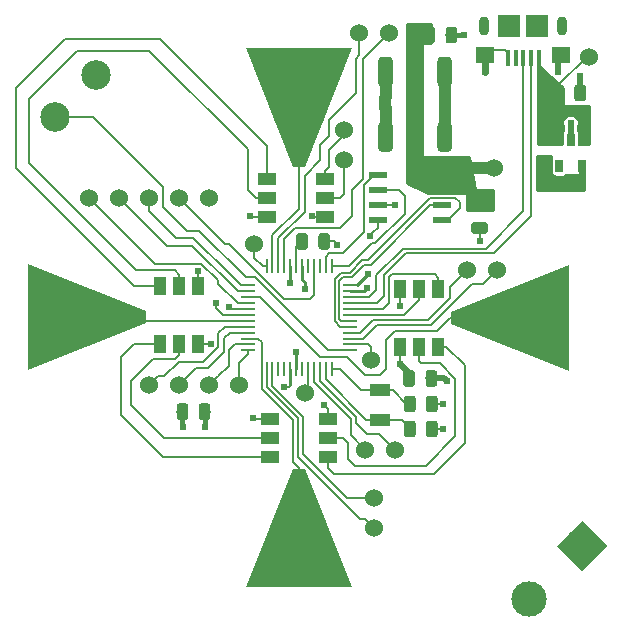
<source format=gbr>
G04 #@! TF.GenerationSoftware,KiCad,Pcbnew,(5.0.1-3-g963ef8bb5)*
G04 #@! TF.CreationDate,2019-03-08T12:42:58-05:00*
G04 #@! TF.ProjectId,badge,62616467652E6B696361645F70636200,rev?*
G04 #@! TF.SameCoordinates,Original*
G04 #@! TF.FileFunction,Copper,L1,Top,Signal*
G04 #@! TF.FilePolarity,Positive*
%FSLAX46Y46*%
G04 Gerber Fmt 4.6, Leading zero omitted, Abs format (unit mm)*
G04 Created by KiCad (PCBNEW (5.0.1-3-g963ef8bb5)) date Friday, March 08, 2019 at 12:42:58 PM*
%MOMM*%
%LPD*%
G01*
G04 APERTURE LIST*
G04 #@! TA.AperFunction,ComponentPad*
%ADD10C,2.500000*%
G04 #@! TD*
G04 #@! TA.AperFunction,ComponentPad*
%ADD11C,3.000000*%
G04 #@! TD*
G04 #@! TA.AperFunction,Conductor*
%ADD12C,0.100000*%
G04 #@! TD*
G04 #@! TA.AperFunction,SMDPad,CuDef*
%ADD13C,0.975000*%
G04 #@! TD*
G04 #@! TA.AperFunction,ComponentPad*
%ADD14C,1.524000*%
G04 #@! TD*
G04 #@! TA.AperFunction,SMDPad,CuDef*
%ADD15R,0.400000X1.350000*%
G04 #@! TD*
G04 #@! TA.AperFunction,SMDPad,CuDef*
%ADD16R,1.600000X1.400000*%
G04 #@! TD*
G04 #@! TA.AperFunction,SMDPad,CuDef*
%ADD17R,1.900000X1.900000*%
G04 #@! TD*
G04 #@! TA.AperFunction,ComponentPad*
%ADD18O,0.900000X1.600000*%
G04 #@! TD*
G04 #@! TA.AperFunction,SMDPad,CuDef*
%ADD19R,0.650000X1.060000*%
G04 #@! TD*
G04 #@! TA.AperFunction,SMDPad,CuDef*
%ADD20R,1.500000X1.000000*%
G04 #@! TD*
G04 #@! TA.AperFunction,SMDPad,CuDef*
%ADD21R,1.000000X1.500000*%
G04 #@! TD*
G04 #@! TA.AperFunction,SMDPad,CuDef*
%ADD22C,1.200000*%
G04 #@! TD*
G04 #@! TA.AperFunction,SMDPad,CuDef*
%ADD23R,1.300000X0.250000*%
G04 #@! TD*
G04 #@! TA.AperFunction,SMDPad,CuDef*
%ADD24R,0.250000X1.300000*%
G04 #@! TD*
G04 #@! TA.AperFunction,SMDPad,CuDef*
%ADD25R,1.550000X0.600000*%
G04 #@! TD*
G04 #@! TA.AperFunction,SMDPad,CuDef*
%ADD26C,4.642382*%
G04 #@! TD*
G04 #@! TA.AperFunction,SMDPad,CuDef*
%ADD27R,1.800000X1.000000*%
G04 #@! TD*
G04 #@! TA.AperFunction,ViaPad*
%ADD28C,0.609600*%
G04 #@! TD*
G04 #@! TA.AperFunction,Conductor*
%ADD29C,0.240000*%
G04 #@! TD*
G04 #@! TA.AperFunction,Conductor*
%ADD30C,0.200000*%
G04 #@! TD*
G04 #@! TA.AperFunction,Conductor*
%ADD31C,0.400000*%
G04 #@! TD*
G04 #@! TA.AperFunction,Conductor*
%ADD32C,0.500000*%
G04 #@! TD*
G04 #@! TA.AperFunction,Conductor*
%ADD33C,0.600000*%
G04 #@! TD*
G04 #@! TA.AperFunction,Conductor*
%ADD34C,1.000000*%
G04 #@! TD*
G04 #@! TA.AperFunction,Conductor*
%ADD35C,0.254000*%
G04 #@! TD*
G04 APERTURE END LIST*
D10*
G04 #@! TO.P,SP1,1*
G04 #@! TO.N,/BUZZER*
X134249233Y-76951767D03*
G04 #@! TO.P,SP1,2*
G04 #@! TO.N,GND*
X137784767Y-73416233D03*
G04 #@! TD*
D11*
G04 #@! TO.P,BH1,2*
G04 #@! TO.N,GND*
X174444882Y-117803523D03*
G04 #@! TO.P,BH1,1*
G04 #@! TO.N,Net-(BH1-Pad1)*
X178935010Y-113313395D03*
D12*
G04 #@! TD*
G04 #@! TO.N,Net-(BH1-Pad1)*
G04 #@! TO.C,BH1*
G36*
X181056330Y-113313395D02*
X178935010Y-115434715D01*
X176813690Y-113313395D01*
X178935010Y-111192075D01*
X181056330Y-113313395D01*
X181056330Y-113313395D01*
G37*
G04 #@! TO.N,GND*
G04 #@! TO.C,C7*
G36*
X170710942Y-85871374D02*
X170734603Y-85874884D01*
X170757807Y-85880696D01*
X170780329Y-85888754D01*
X170801953Y-85898982D01*
X170822470Y-85911279D01*
X170841683Y-85925529D01*
X170859407Y-85941593D01*
X170875471Y-85959317D01*
X170889721Y-85978530D01*
X170902018Y-85999047D01*
X170912246Y-86020671D01*
X170920304Y-86043193D01*
X170926116Y-86066397D01*
X170929626Y-86090058D01*
X170930800Y-86113950D01*
X170930800Y-86601450D01*
X170929626Y-86625342D01*
X170926116Y-86649003D01*
X170920304Y-86672207D01*
X170912246Y-86694729D01*
X170902018Y-86716353D01*
X170889721Y-86736870D01*
X170875471Y-86756083D01*
X170859407Y-86773807D01*
X170841683Y-86789871D01*
X170822470Y-86804121D01*
X170801953Y-86816418D01*
X170780329Y-86826646D01*
X170757807Y-86834704D01*
X170734603Y-86840516D01*
X170710942Y-86844026D01*
X170687050Y-86845200D01*
X169774550Y-86845200D01*
X169750658Y-86844026D01*
X169726997Y-86840516D01*
X169703793Y-86834704D01*
X169681271Y-86826646D01*
X169659647Y-86816418D01*
X169639130Y-86804121D01*
X169619917Y-86789871D01*
X169602193Y-86773807D01*
X169586129Y-86756083D01*
X169571879Y-86736870D01*
X169559582Y-86716353D01*
X169549354Y-86694729D01*
X169541296Y-86672207D01*
X169535484Y-86649003D01*
X169531974Y-86625342D01*
X169530800Y-86601450D01*
X169530800Y-86113950D01*
X169531974Y-86090058D01*
X169535484Y-86066397D01*
X169541296Y-86043193D01*
X169549354Y-86020671D01*
X169559582Y-85999047D01*
X169571879Y-85978530D01*
X169586129Y-85959317D01*
X169602193Y-85941593D01*
X169619917Y-85925529D01*
X169639130Y-85911279D01*
X169659647Y-85898982D01*
X169681271Y-85888754D01*
X169703793Y-85880696D01*
X169726997Y-85874884D01*
X169750658Y-85871374D01*
X169774550Y-85870200D01*
X170687050Y-85870200D01*
X170710942Y-85871374D01*
X170710942Y-85871374D01*
G37*
D13*
G04 #@! TD*
G04 #@! TO.P,C7,2*
G04 #@! TO.N,GND*
X170230800Y-86357700D03*
D12*
G04 #@! TO.N,+3V3*
G04 #@! TO.C,C7*
G36*
X170710942Y-83996374D02*
X170734603Y-83999884D01*
X170757807Y-84005696D01*
X170780329Y-84013754D01*
X170801953Y-84023982D01*
X170822470Y-84036279D01*
X170841683Y-84050529D01*
X170859407Y-84066593D01*
X170875471Y-84084317D01*
X170889721Y-84103530D01*
X170902018Y-84124047D01*
X170912246Y-84145671D01*
X170920304Y-84168193D01*
X170926116Y-84191397D01*
X170929626Y-84215058D01*
X170930800Y-84238950D01*
X170930800Y-84726450D01*
X170929626Y-84750342D01*
X170926116Y-84774003D01*
X170920304Y-84797207D01*
X170912246Y-84819729D01*
X170902018Y-84841353D01*
X170889721Y-84861870D01*
X170875471Y-84881083D01*
X170859407Y-84898807D01*
X170841683Y-84914871D01*
X170822470Y-84929121D01*
X170801953Y-84941418D01*
X170780329Y-84951646D01*
X170757807Y-84959704D01*
X170734603Y-84965516D01*
X170710942Y-84969026D01*
X170687050Y-84970200D01*
X169774550Y-84970200D01*
X169750658Y-84969026D01*
X169726997Y-84965516D01*
X169703793Y-84959704D01*
X169681271Y-84951646D01*
X169659647Y-84941418D01*
X169639130Y-84929121D01*
X169619917Y-84914871D01*
X169602193Y-84898807D01*
X169586129Y-84881083D01*
X169571879Y-84861870D01*
X169559582Y-84841353D01*
X169549354Y-84819729D01*
X169541296Y-84797207D01*
X169535484Y-84774003D01*
X169531974Y-84750342D01*
X169530800Y-84726450D01*
X169530800Y-84238950D01*
X169531974Y-84215058D01*
X169535484Y-84191397D01*
X169541296Y-84168193D01*
X169549354Y-84145671D01*
X169559582Y-84124047D01*
X169571879Y-84103530D01*
X169586129Y-84084317D01*
X169602193Y-84066593D01*
X169619917Y-84050529D01*
X169639130Y-84036279D01*
X169659647Y-84023982D01*
X169681271Y-84013754D01*
X169703793Y-84005696D01*
X169726997Y-83999884D01*
X169750658Y-83996374D01*
X169774550Y-83995200D01*
X170687050Y-83995200D01*
X170710942Y-83996374D01*
X170710942Y-83996374D01*
G37*
D13*
G04 #@! TD*
G04 #@! TO.P,C7,1*
G04 #@! TO.N,+3V3*
X170230800Y-84482700D03*
D12*
G04 #@! TO.N,+3V3*
G04 #@! TO.C,C6*
G36*
X166223142Y-69341674D02*
X166246803Y-69345184D01*
X166270007Y-69350996D01*
X166292529Y-69359054D01*
X166314153Y-69369282D01*
X166334670Y-69381579D01*
X166353883Y-69395829D01*
X166371607Y-69411893D01*
X166387671Y-69429617D01*
X166401921Y-69448830D01*
X166414218Y-69469347D01*
X166424446Y-69490971D01*
X166432504Y-69513493D01*
X166438316Y-69536697D01*
X166441826Y-69560358D01*
X166443000Y-69584250D01*
X166443000Y-70496750D01*
X166441826Y-70520642D01*
X166438316Y-70544303D01*
X166432504Y-70567507D01*
X166424446Y-70590029D01*
X166414218Y-70611653D01*
X166401921Y-70632170D01*
X166387671Y-70651383D01*
X166371607Y-70669107D01*
X166353883Y-70685171D01*
X166334670Y-70699421D01*
X166314153Y-70711718D01*
X166292529Y-70721946D01*
X166270007Y-70730004D01*
X166246803Y-70735816D01*
X166223142Y-70739326D01*
X166199250Y-70740500D01*
X165711750Y-70740500D01*
X165687858Y-70739326D01*
X165664197Y-70735816D01*
X165640993Y-70730004D01*
X165618471Y-70721946D01*
X165596847Y-70711718D01*
X165576330Y-70699421D01*
X165557117Y-70685171D01*
X165539393Y-70669107D01*
X165523329Y-70651383D01*
X165509079Y-70632170D01*
X165496782Y-70611653D01*
X165486554Y-70590029D01*
X165478496Y-70567507D01*
X165472684Y-70544303D01*
X165469174Y-70520642D01*
X165468000Y-70496750D01*
X165468000Y-69584250D01*
X165469174Y-69560358D01*
X165472684Y-69536697D01*
X165478496Y-69513493D01*
X165486554Y-69490971D01*
X165496782Y-69469347D01*
X165509079Y-69448830D01*
X165523329Y-69429617D01*
X165539393Y-69411893D01*
X165557117Y-69395829D01*
X165576330Y-69381579D01*
X165596847Y-69369282D01*
X165618471Y-69359054D01*
X165640993Y-69350996D01*
X165664197Y-69345184D01*
X165687858Y-69341674D01*
X165711750Y-69340500D01*
X166199250Y-69340500D01*
X166223142Y-69341674D01*
X166223142Y-69341674D01*
G37*
D13*
G04 #@! TD*
G04 #@! TO.P,C6,1*
G04 #@! TO.N,+3V3*
X165955500Y-70040500D03*
D12*
G04 #@! TO.N,GND*
G04 #@! TO.C,C6*
G36*
X168098142Y-69341674D02*
X168121803Y-69345184D01*
X168145007Y-69350996D01*
X168167529Y-69359054D01*
X168189153Y-69369282D01*
X168209670Y-69381579D01*
X168228883Y-69395829D01*
X168246607Y-69411893D01*
X168262671Y-69429617D01*
X168276921Y-69448830D01*
X168289218Y-69469347D01*
X168299446Y-69490971D01*
X168307504Y-69513493D01*
X168313316Y-69536697D01*
X168316826Y-69560358D01*
X168318000Y-69584250D01*
X168318000Y-70496750D01*
X168316826Y-70520642D01*
X168313316Y-70544303D01*
X168307504Y-70567507D01*
X168299446Y-70590029D01*
X168289218Y-70611653D01*
X168276921Y-70632170D01*
X168262671Y-70651383D01*
X168246607Y-70669107D01*
X168228883Y-70685171D01*
X168209670Y-70699421D01*
X168189153Y-70711718D01*
X168167529Y-70721946D01*
X168145007Y-70730004D01*
X168121803Y-70735816D01*
X168098142Y-70739326D01*
X168074250Y-70740500D01*
X167586750Y-70740500D01*
X167562858Y-70739326D01*
X167539197Y-70735816D01*
X167515993Y-70730004D01*
X167493471Y-70721946D01*
X167471847Y-70711718D01*
X167451330Y-70699421D01*
X167432117Y-70685171D01*
X167414393Y-70669107D01*
X167398329Y-70651383D01*
X167384079Y-70632170D01*
X167371782Y-70611653D01*
X167361554Y-70590029D01*
X167353496Y-70567507D01*
X167347684Y-70544303D01*
X167344174Y-70520642D01*
X167343000Y-70496750D01*
X167343000Y-69584250D01*
X167344174Y-69560358D01*
X167347684Y-69536697D01*
X167353496Y-69513493D01*
X167361554Y-69490971D01*
X167371782Y-69469347D01*
X167384079Y-69448830D01*
X167398329Y-69429617D01*
X167414393Y-69411893D01*
X167432117Y-69395829D01*
X167451330Y-69381579D01*
X167471847Y-69369282D01*
X167493471Y-69359054D01*
X167515993Y-69350996D01*
X167539197Y-69345184D01*
X167562858Y-69341674D01*
X167586750Y-69340500D01*
X168074250Y-69340500D01*
X168098142Y-69341674D01*
X168098142Y-69341674D01*
G37*
D13*
G04 #@! TD*
G04 #@! TO.P,C6,2*
G04 #@! TO.N,GND*
X167830500Y-70040500D03*
D12*
G04 #@! TO.N,GND*
G04 #@! TO.C,C5*
G36*
X166404442Y-98411974D02*
X166428103Y-98415484D01*
X166451307Y-98421296D01*
X166473829Y-98429354D01*
X166495453Y-98439582D01*
X166515970Y-98451879D01*
X166535183Y-98466129D01*
X166552907Y-98482193D01*
X166568971Y-98499917D01*
X166583221Y-98519130D01*
X166595518Y-98539647D01*
X166605746Y-98561271D01*
X166613804Y-98583793D01*
X166619616Y-98606997D01*
X166623126Y-98630658D01*
X166624300Y-98654550D01*
X166624300Y-99567050D01*
X166623126Y-99590942D01*
X166619616Y-99614603D01*
X166613804Y-99637807D01*
X166605746Y-99660329D01*
X166595518Y-99681953D01*
X166583221Y-99702470D01*
X166568971Y-99721683D01*
X166552907Y-99739407D01*
X166535183Y-99755471D01*
X166515970Y-99769721D01*
X166495453Y-99782018D01*
X166473829Y-99792246D01*
X166451307Y-99800304D01*
X166428103Y-99806116D01*
X166404442Y-99809626D01*
X166380550Y-99810800D01*
X165893050Y-99810800D01*
X165869158Y-99809626D01*
X165845497Y-99806116D01*
X165822293Y-99800304D01*
X165799771Y-99792246D01*
X165778147Y-99782018D01*
X165757630Y-99769721D01*
X165738417Y-99755471D01*
X165720693Y-99739407D01*
X165704629Y-99721683D01*
X165690379Y-99702470D01*
X165678082Y-99681953D01*
X165667854Y-99660329D01*
X165659796Y-99637807D01*
X165653984Y-99614603D01*
X165650474Y-99590942D01*
X165649300Y-99567050D01*
X165649300Y-98654550D01*
X165650474Y-98630658D01*
X165653984Y-98606997D01*
X165659796Y-98583793D01*
X165667854Y-98561271D01*
X165678082Y-98539647D01*
X165690379Y-98519130D01*
X165704629Y-98499917D01*
X165720693Y-98482193D01*
X165738417Y-98466129D01*
X165757630Y-98451879D01*
X165778147Y-98439582D01*
X165799771Y-98429354D01*
X165822293Y-98421296D01*
X165845497Y-98415484D01*
X165869158Y-98411974D01*
X165893050Y-98410800D01*
X166380550Y-98410800D01*
X166404442Y-98411974D01*
X166404442Y-98411974D01*
G37*
D13*
G04 #@! TD*
G04 #@! TO.P,C5,2*
G04 #@! TO.N,GND*
X166136800Y-99110800D03*
D12*
G04 #@! TO.N,+3V3*
G04 #@! TO.C,C5*
G36*
X164529442Y-98411974D02*
X164553103Y-98415484D01*
X164576307Y-98421296D01*
X164598829Y-98429354D01*
X164620453Y-98439582D01*
X164640970Y-98451879D01*
X164660183Y-98466129D01*
X164677907Y-98482193D01*
X164693971Y-98499917D01*
X164708221Y-98519130D01*
X164720518Y-98539647D01*
X164730746Y-98561271D01*
X164738804Y-98583793D01*
X164744616Y-98606997D01*
X164748126Y-98630658D01*
X164749300Y-98654550D01*
X164749300Y-99567050D01*
X164748126Y-99590942D01*
X164744616Y-99614603D01*
X164738804Y-99637807D01*
X164730746Y-99660329D01*
X164720518Y-99681953D01*
X164708221Y-99702470D01*
X164693971Y-99721683D01*
X164677907Y-99739407D01*
X164660183Y-99755471D01*
X164640970Y-99769721D01*
X164620453Y-99782018D01*
X164598829Y-99792246D01*
X164576307Y-99800304D01*
X164553103Y-99806116D01*
X164529442Y-99809626D01*
X164505550Y-99810800D01*
X164018050Y-99810800D01*
X163994158Y-99809626D01*
X163970497Y-99806116D01*
X163947293Y-99800304D01*
X163924771Y-99792246D01*
X163903147Y-99782018D01*
X163882630Y-99769721D01*
X163863417Y-99755471D01*
X163845693Y-99739407D01*
X163829629Y-99721683D01*
X163815379Y-99702470D01*
X163803082Y-99681953D01*
X163792854Y-99660329D01*
X163784796Y-99637807D01*
X163778984Y-99614603D01*
X163775474Y-99590942D01*
X163774300Y-99567050D01*
X163774300Y-98654550D01*
X163775474Y-98630658D01*
X163778984Y-98606997D01*
X163784796Y-98583793D01*
X163792854Y-98561271D01*
X163803082Y-98539647D01*
X163815379Y-98519130D01*
X163829629Y-98499917D01*
X163845693Y-98482193D01*
X163863417Y-98466129D01*
X163882630Y-98451879D01*
X163903147Y-98439582D01*
X163924771Y-98429354D01*
X163947293Y-98421296D01*
X163970497Y-98415484D01*
X163994158Y-98411974D01*
X164018050Y-98410800D01*
X164505550Y-98410800D01*
X164529442Y-98411974D01*
X164529442Y-98411974D01*
G37*
D13*
G04 #@! TD*
G04 #@! TO.P,C5,1*
G04 #@! TO.N,+3V3*
X164261800Y-99110800D03*
D12*
G04 #@! TO.N,+3V3*
G04 #@! TO.C,C4*
G36*
X145331642Y-101218674D02*
X145355303Y-101222184D01*
X145378507Y-101227996D01*
X145401029Y-101236054D01*
X145422653Y-101246282D01*
X145443170Y-101258579D01*
X145462383Y-101272829D01*
X145480107Y-101288893D01*
X145496171Y-101306617D01*
X145510421Y-101325830D01*
X145522718Y-101346347D01*
X145532946Y-101367971D01*
X145541004Y-101390493D01*
X145546816Y-101413697D01*
X145550326Y-101437358D01*
X145551500Y-101461250D01*
X145551500Y-102373750D01*
X145550326Y-102397642D01*
X145546816Y-102421303D01*
X145541004Y-102444507D01*
X145532946Y-102467029D01*
X145522718Y-102488653D01*
X145510421Y-102509170D01*
X145496171Y-102528383D01*
X145480107Y-102546107D01*
X145462383Y-102562171D01*
X145443170Y-102576421D01*
X145422653Y-102588718D01*
X145401029Y-102598946D01*
X145378507Y-102607004D01*
X145355303Y-102612816D01*
X145331642Y-102616326D01*
X145307750Y-102617500D01*
X144820250Y-102617500D01*
X144796358Y-102616326D01*
X144772697Y-102612816D01*
X144749493Y-102607004D01*
X144726971Y-102598946D01*
X144705347Y-102588718D01*
X144684830Y-102576421D01*
X144665617Y-102562171D01*
X144647893Y-102546107D01*
X144631829Y-102528383D01*
X144617579Y-102509170D01*
X144605282Y-102488653D01*
X144595054Y-102467029D01*
X144586996Y-102444507D01*
X144581184Y-102421303D01*
X144577674Y-102397642D01*
X144576500Y-102373750D01*
X144576500Y-101461250D01*
X144577674Y-101437358D01*
X144581184Y-101413697D01*
X144586996Y-101390493D01*
X144595054Y-101367971D01*
X144605282Y-101346347D01*
X144617579Y-101325830D01*
X144631829Y-101306617D01*
X144647893Y-101288893D01*
X144665617Y-101272829D01*
X144684830Y-101258579D01*
X144705347Y-101246282D01*
X144726971Y-101236054D01*
X144749493Y-101227996D01*
X144772697Y-101222184D01*
X144796358Y-101218674D01*
X144820250Y-101217500D01*
X145307750Y-101217500D01*
X145331642Y-101218674D01*
X145331642Y-101218674D01*
G37*
D13*
G04 #@! TD*
G04 #@! TO.P,C4,1*
G04 #@! TO.N,+3V3*
X145064000Y-101917500D03*
D12*
G04 #@! TO.N,GND*
G04 #@! TO.C,C4*
G36*
X147206642Y-101218674D02*
X147230303Y-101222184D01*
X147253507Y-101227996D01*
X147276029Y-101236054D01*
X147297653Y-101246282D01*
X147318170Y-101258579D01*
X147337383Y-101272829D01*
X147355107Y-101288893D01*
X147371171Y-101306617D01*
X147385421Y-101325830D01*
X147397718Y-101346347D01*
X147407946Y-101367971D01*
X147416004Y-101390493D01*
X147421816Y-101413697D01*
X147425326Y-101437358D01*
X147426500Y-101461250D01*
X147426500Y-102373750D01*
X147425326Y-102397642D01*
X147421816Y-102421303D01*
X147416004Y-102444507D01*
X147407946Y-102467029D01*
X147397718Y-102488653D01*
X147385421Y-102509170D01*
X147371171Y-102528383D01*
X147355107Y-102546107D01*
X147337383Y-102562171D01*
X147318170Y-102576421D01*
X147297653Y-102588718D01*
X147276029Y-102598946D01*
X147253507Y-102607004D01*
X147230303Y-102612816D01*
X147206642Y-102616326D01*
X147182750Y-102617500D01*
X146695250Y-102617500D01*
X146671358Y-102616326D01*
X146647697Y-102612816D01*
X146624493Y-102607004D01*
X146601971Y-102598946D01*
X146580347Y-102588718D01*
X146559830Y-102576421D01*
X146540617Y-102562171D01*
X146522893Y-102546107D01*
X146506829Y-102528383D01*
X146492579Y-102509170D01*
X146480282Y-102488653D01*
X146470054Y-102467029D01*
X146461996Y-102444507D01*
X146456184Y-102421303D01*
X146452674Y-102397642D01*
X146451500Y-102373750D01*
X146451500Y-101461250D01*
X146452674Y-101437358D01*
X146456184Y-101413697D01*
X146461996Y-101390493D01*
X146470054Y-101367971D01*
X146480282Y-101346347D01*
X146492579Y-101325830D01*
X146506829Y-101306617D01*
X146522893Y-101288893D01*
X146540617Y-101272829D01*
X146559830Y-101258579D01*
X146580347Y-101246282D01*
X146601971Y-101236054D01*
X146624493Y-101227996D01*
X146647697Y-101222184D01*
X146671358Y-101218674D01*
X146695250Y-101217500D01*
X147182750Y-101217500D01*
X147206642Y-101218674D01*
X147206642Y-101218674D01*
G37*
D13*
G04 #@! TD*
G04 #@! TO.P,C4,2*
G04 #@! TO.N,GND*
X146939000Y-101917500D03*
D12*
G04 #@! TO.N,GND*
G04 #@! TO.C,C1*
G36*
X179005142Y-74231174D02*
X179028803Y-74234684D01*
X179052007Y-74240496D01*
X179074529Y-74248554D01*
X179096153Y-74258782D01*
X179116670Y-74271079D01*
X179135883Y-74285329D01*
X179153607Y-74301393D01*
X179169671Y-74319117D01*
X179183921Y-74338330D01*
X179196218Y-74358847D01*
X179206446Y-74380471D01*
X179214504Y-74402993D01*
X179220316Y-74426197D01*
X179223826Y-74449858D01*
X179225000Y-74473750D01*
X179225000Y-75386250D01*
X179223826Y-75410142D01*
X179220316Y-75433803D01*
X179214504Y-75457007D01*
X179206446Y-75479529D01*
X179196218Y-75501153D01*
X179183921Y-75521670D01*
X179169671Y-75540883D01*
X179153607Y-75558607D01*
X179135883Y-75574671D01*
X179116670Y-75588921D01*
X179096153Y-75601218D01*
X179074529Y-75611446D01*
X179052007Y-75619504D01*
X179028803Y-75625316D01*
X179005142Y-75628826D01*
X178981250Y-75630000D01*
X178493750Y-75630000D01*
X178469858Y-75628826D01*
X178446197Y-75625316D01*
X178422993Y-75619504D01*
X178400471Y-75611446D01*
X178378847Y-75601218D01*
X178358330Y-75588921D01*
X178339117Y-75574671D01*
X178321393Y-75558607D01*
X178305329Y-75540883D01*
X178291079Y-75521670D01*
X178278782Y-75501153D01*
X178268554Y-75479529D01*
X178260496Y-75457007D01*
X178254684Y-75433803D01*
X178251174Y-75410142D01*
X178250000Y-75386250D01*
X178250000Y-74473750D01*
X178251174Y-74449858D01*
X178254684Y-74426197D01*
X178260496Y-74402993D01*
X178268554Y-74380471D01*
X178278782Y-74358847D01*
X178291079Y-74338330D01*
X178305329Y-74319117D01*
X178321393Y-74301393D01*
X178339117Y-74285329D01*
X178358330Y-74271079D01*
X178378847Y-74258782D01*
X178400471Y-74248554D01*
X178422993Y-74240496D01*
X178446197Y-74234684D01*
X178469858Y-74231174D01*
X178493750Y-74230000D01*
X178981250Y-74230000D01*
X179005142Y-74231174D01*
X179005142Y-74231174D01*
G37*
D13*
G04 #@! TD*
G04 #@! TO.P,C1,2*
G04 #@! TO.N,GND*
X178737500Y-74930000D03*
D12*
G04 #@! TO.N,/USBVDD_5V*
G04 #@! TO.C,C1*
G36*
X177130142Y-74231174D02*
X177153803Y-74234684D01*
X177177007Y-74240496D01*
X177199529Y-74248554D01*
X177221153Y-74258782D01*
X177241670Y-74271079D01*
X177260883Y-74285329D01*
X177278607Y-74301393D01*
X177294671Y-74319117D01*
X177308921Y-74338330D01*
X177321218Y-74358847D01*
X177331446Y-74380471D01*
X177339504Y-74402993D01*
X177345316Y-74426197D01*
X177348826Y-74449858D01*
X177350000Y-74473750D01*
X177350000Y-75386250D01*
X177348826Y-75410142D01*
X177345316Y-75433803D01*
X177339504Y-75457007D01*
X177331446Y-75479529D01*
X177321218Y-75501153D01*
X177308921Y-75521670D01*
X177294671Y-75540883D01*
X177278607Y-75558607D01*
X177260883Y-75574671D01*
X177241670Y-75588921D01*
X177221153Y-75601218D01*
X177199529Y-75611446D01*
X177177007Y-75619504D01*
X177153803Y-75625316D01*
X177130142Y-75628826D01*
X177106250Y-75630000D01*
X176618750Y-75630000D01*
X176594858Y-75628826D01*
X176571197Y-75625316D01*
X176547993Y-75619504D01*
X176525471Y-75611446D01*
X176503847Y-75601218D01*
X176483330Y-75588921D01*
X176464117Y-75574671D01*
X176446393Y-75558607D01*
X176430329Y-75540883D01*
X176416079Y-75521670D01*
X176403782Y-75501153D01*
X176393554Y-75479529D01*
X176385496Y-75457007D01*
X176379684Y-75433803D01*
X176376174Y-75410142D01*
X176375000Y-75386250D01*
X176375000Y-74473750D01*
X176376174Y-74449858D01*
X176379684Y-74426197D01*
X176385496Y-74402993D01*
X176393554Y-74380471D01*
X176403782Y-74358847D01*
X176416079Y-74338330D01*
X176430329Y-74319117D01*
X176446393Y-74301393D01*
X176464117Y-74285329D01*
X176483330Y-74271079D01*
X176503847Y-74258782D01*
X176525471Y-74248554D01*
X176547993Y-74240496D01*
X176571197Y-74234684D01*
X176594858Y-74231174D01*
X176618750Y-74230000D01*
X177106250Y-74230000D01*
X177130142Y-74231174D01*
X177130142Y-74231174D01*
G37*
D13*
G04 #@! TD*
G04 #@! TO.P,C1,1*
G04 #@! TO.N,/USBVDD_5V*
X176862500Y-74930000D03*
D12*
G04 #@! TO.N,Net-(C8-Pad1)*
G04 #@! TO.C,C8*
G36*
X155461642Y-86804174D02*
X155485303Y-86807684D01*
X155508507Y-86813496D01*
X155531029Y-86821554D01*
X155552653Y-86831782D01*
X155573170Y-86844079D01*
X155592383Y-86858329D01*
X155610107Y-86874393D01*
X155626171Y-86892117D01*
X155640421Y-86911330D01*
X155652718Y-86931847D01*
X155662946Y-86953471D01*
X155671004Y-86975993D01*
X155676816Y-86999197D01*
X155680326Y-87022858D01*
X155681500Y-87046750D01*
X155681500Y-87959250D01*
X155680326Y-87983142D01*
X155676816Y-88006803D01*
X155671004Y-88030007D01*
X155662946Y-88052529D01*
X155652718Y-88074153D01*
X155640421Y-88094670D01*
X155626171Y-88113883D01*
X155610107Y-88131607D01*
X155592383Y-88147671D01*
X155573170Y-88161921D01*
X155552653Y-88174218D01*
X155531029Y-88184446D01*
X155508507Y-88192504D01*
X155485303Y-88198316D01*
X155461642Y-88201826D01*
X155437750Y-88203000D01*
X154950250Y-88203000D01*
X154926358Y-88201826D01*
X154902697Y-88198316D01*
X154879493Y-88192504D01*
X154856971Y-88184446D01*
X154835347Y-88174218D01*
X154814830Y-88161921D01*
X154795617Y-88147671D01*
X154777893Y-88131607D01*
X154761829Y-88113883D01*
X154747579Y-88094670D01*
X154735282Y-88074153D01*
X154725054Y-88052529D01*
X154716996Y-88030007D01*
X154711184Y-88006803D01*
X154707674Y-87983142D01*
X154706500Y-87959250D01*
X154706500Y-87046750D01*
X154707674Y-87022858D01*
X154711184Y-86999197D01*
X154716996Y-86975993D01*
X154725054Y-86953471D01*
X154735282Y-86931847D01*
X154747579Y-86911330D01*
X154761829Y-86892117D01*
X154777893Y-86874393D01*
X154795617Y-86858329D01*
X154814830Y-86844079D01*
X154835347Y-86831782D01*
X154856971Y-86821554D01*
X154879493Y-86813496D01*
X154902697Y-86807684D01*
X154926358Y-86804174D01*
X154950250Y-86803000D01*
X155437750Y-86803000D01*
X155461642Y-86804174D01*
X155461642Y-86804174D01*
G37*
D13*
G04 #@! TD*
G04 #@! TO.P,C8,1*
G04 #@! TO.N,Net-(C8-Pad1)*
X155194000Y-87503000D03*
D12*
G04 #@! TO.N,GND*
G04 #@! TO.C,C8*
G36*
X157336642Y-86804174D02*
X157360303Y-86807684D01*
X157383507Y-86813496D01*
X157406029Y-86821554D01*
X157427653Y-86831782D01*
X157448170Y-86844079D01*
X157467383Y-86858329D01*
X157485107Y-86874393D01*
X157501171Y-86892117D01*
X157515421Y-86911330D01*
X157527718Y-86931847D01*
X157537946Y-86953471D01*
X157546004Y-86975993D01*
X157551816Y-86999197D01*
X157555326Y-87022858D01*
X157556500Y-87046750D01*
X157556500Y-87959250D01*
X157555326Y-87983142D01*
X157551816Y-88006803D01*
X157546004Y-88030007D01*
X157537946Y-88052529D01*
X157527718Y-88074153D01*
X157515421Y-88094670D01*
X157501171Y-88113883D01*
X157485107Y-88131607D01*
X157467383Y-88147671D01*
X157448170Y-88161921D01*
X157427653Y-88174218D01*
X157406029Y-88184446D01*
X157383507Y-88192504D01*
X157360303Y-88198316D01*
X157336642Y-88201826D01*
X157312750Y-88203000D01*
X156825250Y-88203000D01*
X156801358Y-88201826D01*
X156777697Y-88198316D01*
X156754493Y-88192504D01*
X156731971Y-88184446D01*
X156710347Y-88174218D01*
X156689830Y-88161921D01*
X156670617Y-88147671D01*
X156652893Y-88131607D01*
X156636829Y-88113883D01*
X156622579Y-88094670D01*
X156610282Y-88074153D01*
X156600054Y-88052529D01*
X156591996Y-88030007D01*
X156586184Y-88006803D01*
X156582674Y-87983142D01*
X156581500Y-87959250D01*
X156581500Y-87046750D01*
X156582674Y-87022858D01*
X156586184Y-86999197D01*
X156591996Y-86975993D01*
X156600054Y-86953471D01*
X156610282Y-86931847D01*
X156622579Y-86911330D01*
X156636829Y-86892117D01*
X156652893Y-86874393D01*
X156670617Y-86858329D01*
X156689830Y-86844079D01*
X156710347Y-86831782D01*
X156731971Y-86821554D01*
X156754493Y-86813496D01*
X156777697Y-86807684D01*
X156801358Y-86804174D01*
X156825250Y-86803000D01*
X157312750Y-86803000D01*
X157336642Y-86804174D01*
X157336642Y-86804174D01*
G37*
D13*
G04 #@! TD*
G04 #@! TO.P,C8,2*
G04 #@! TO.N,GND*
X157069000Y-87503000D03*
D12*
G04 #@! TO.N,/XTAL2_PA15*
G04 #@! TO.C,C3*
G36*
X164582642Y-100570974D02*
X164606303Y-100574484D01*
X164629507Y-100580296D01*
X164652029Y-100588354D01*
X164673653Y-100598582D01*
X164694170Y-100610879D01*
X164713383Y-100625129D01*
X164731107Y-100641193D01*
X164747171Y-100658917D01*
X164761421Y-100678130D01*
X164773718Y-100698647D01*
X164783946Y-100720271D01*
X164792004Y-100742793D01*
X164797816Y-100765997D01*
X164801326Y-100789658D01*
X164802500Y-100813550D01*
X164802500Y-101726050D01*
X164801326Y-101749942D01*
X164797816Y-101773603D01*
X164792004Y-101796807D01*
X164783946Y-101819329D01*
X164773718Y-101840953D01*
X164761421Y-101861470D01*
X164747171Y-101880683D01*
X164731107Y-101898407D01*
X164713383Y-101914471D01*
X164694170Y-101928721D01*
X164673653Y-101941018D01*
X164652029Y-101951246D01*
X164629507Y-101959304D01*
X164606303Y-101965116D01*
X164582642Y-101968626D01*
X164558750Y-101969800D01*
X164071250Y-101969800D01*
X164047358Y-101968626D01*
X164023697Y-101965116D01*
X164000493Y-101959304D01*
X163977971Y-101951246D01*
X163956347Y-101941018D01*
X163935830Y-101928721D01*
X163916617Y-101914471D01*
X163898893Y-101898407D01*
X163882829Y-101880683D01*
X163868579Y-101861470D01*
X163856282Y-101840953D01*
X163846054Y-101819329D01*
X163837996Y-101796807D01*
X163832184Y-101773603D01*
X163828674Y-101749942D01*
X163827500Y-101726050D01*
X163827500Y-100813550D01*
X163828674Y-100789658D01*
X163832184Y-100765997D01*
X163837996Y-100742793D01*
X163846054Y-100720271D01*
X163856282Y-100698647D01*
X163868579Y-100678130D01*
X163882829Y-100658917D01*
X163898893Y-100641193D01*
X163916617Y-100625129D01*
X163935830Y-100610879D01*
X163956347Y-100598582D01*
X163977971Y-100588354D01*
X164000493Y-100580296D01*
X164023697Y-100574484D01*
X164047358Y-100570974D01*
X164071250Y-100569800D01*
X164558750Y-100569800D01*
X164582642Y-100570974D01*
X164582642Y-100570974D01*
G37*
D13*
G04 #@! TD*
G04 #@! TO.P,C3,1*
G04 #@! TO.N,/XTAL2_PA15*
X164315000Y-101269800D03*
D12*
G04 #@! TO.N,GND*
G04 #@! TO.C,C3*
G36*
X166457642Y-100570974D02*
X166481303Y-100574484D01*
X166504507Y-100580296D01*
X166527029Y-100588354D01*
X166548653Y-100598582D01*
X166569170Y-100610879D01*
X166588383Y-100625129D01*
X166606107Y-100641193D01*
X166622171Y-100658917D01*
X166636421Y-100678130D01*
X166648718Y-100698647D01*
X166658946Y-100720271D01*
X166667004Y-100742793D01*
X166672816Y-100765997D01*
X166676326Y-100789658D01*
X166677500Y-100813550D01*
X166677500Y-101726050D01*
X166676326Y-101749942D01*
X166672816Y-101773603D01*
X166667004Y-101796807D01*
X166658946Y-101819329D01*
X166648718Y-101840953D01*
X166636421Y-101861470D01*
X166622171Y-101880683D01*
X166606107Y-101898407D01*
X166588383Y-101914471D01*
X166569170Y-101928721D01*
X166548653Y-101941018D01*
X166527029Y-101951246D01*
X166504507Y-101959304D01*
X166481303Y-101965116D01*
X166457642Y-101968626D01*
X166433750Y-101969800D01*
X165946250Y-101969800D01*
X165922358Y-101968626D01*
X165898697Y-101965116D01*
X165875493Y-101959304D01*
X165852971Y-101951246D01*
X165831347Y-101941018D01*
X165810830Y-101928721D01*
X165791617Y-101914471D01*
X165773893Y-101898407D01*
X165757829Y-101880683D01*
X165743579Y-101861470D01*
X165731282Y-101840953D01*
X165721054Y-101819329D01*
X165712996Y-101796807D01*
X165707184Y-101773603D01*
X165703674Y-101749942D01*
X165702500Y-101726050D01*
X165702500Y-100813550D01*
X165703674Y-100789658D01*
X165707184Y-100765997D01*
X165712996Y-100742793D01*
X165721054Y-100720271D01*
X165731282Y-100698647D01*
X165743579Y-100678130D01*
X165757829Y-100658917D01*
X165773893Y-100641193D01*
X165791617Y-100625129D01*
X165810830Y-100610879D01*
X165831347Y-100598582D01*
X165852971Y-100588354D01*
X165875493Y-100580296D01*
X165898697Y-100574484D01*
X165922358Y-100570974D01*
X165946250Y-100569800D01*
X166433750Y-100569800D01*
X166457642Y-100570974D01*
X166457642Y-100570974D01*
G37*
D13*
G04 #@! TD*
G04 #@! TO.P,C3,2*
G04 #@! TO.N,GND*
X166190000Y-101269800D03*
D12*
G04 #@! TO.N,GND*
G04 #@! TO.C,C2*
G36*
X166457542Y-102679174D02*
X166481203Y-102682684D01*
X166504407Y-102688496D01*
X166526929Y-102696554D01*
X166548553Y-102706782D01*
X166569070Y-102719079D01*
X166588283Y-102733329D01*
X166606007Y-102749393D01*
X166622071Y-102767117D01*
X166636321Y-102786330D01*
X166648618Y-102806847D01*
X166658846Y-102828471D01*
X166666904Y-102850993D01*
X166672716Y-102874197D01*
X166676226Y-102897858D01*
X166677400Y-102921750D01*
X166677400Y-103834250D01*
X166676226Y-103858142D01*
X166672716Y-103881803D01*
X166666904Y-103905007D01*
X166658846Y-103927529D01*
X166648618Y-103949153D01*
X166636321Y-103969670D01*
X166622071Y-103988883D01*
X166606007Y-104006607D01*
X166588283Y-104022671D01*
X166569070Y-104036921D01*
X166548553Y-104049218D01*
X166526929Y-104059446D01*
X166504407Y-104067504D01*
X166481203Y-104073316D01*
X166457542Y-104076826D01*
X166433650Y-104078000D01*
X165946150Y-104078000D01*
X165922258Y-104076826D01*
X165898597Y-104073316D01*
X165875393Y-104067504D01*
X165852871Y-104059446D01*
X165831247Y-104049218D01*
X165810730Y-104036921D01*
X165791517Y-104022671D01*
X165773793Y-104006607D01*
X165757729Y-103988883D01*
X165743479Y-103969670D01*
X165731182Y-103949153D01*
X165720954Y-103927529D01*
X165712896Y-103905007D01*
X165707084Y-103881803D01*
X165703574Y-103858142D01*
X165702400Y-103834250D01*
X165702400Y-102921750D01*
X165703574Y-102897858D01*
X165707084Y-102874197D01*
X165712896Y-102850993D01*
X165720954Y-102828471D01*
X165731182Y-102806847D01*
X165743479Y-102786330D01*
X165757729Y-102767117D01*
X165773793Y-102749393D01*
X165791517Y-102733329D01*
X165810730Y-102719079D01*
X165831247Y-102706782D01*
X165852871Y-102696554D01*
X165875393Y-102688496D01*
X165898597Y-102682684D01*
X165922258Y-102679174D01*
X165946150Y-102678000D01*
X166433650Y-102678000D01*
X166457542Y-102679174D01*
X166457542Y-102679174D01*
G37*
D13*
G04 #@! TD*
G04 #@! TO.P,C2,2*
G04 #@! TO.N,GND*
X166189900Y-103378000D03*
D12*
G04 #@! TO.N,/XTAL1_PA14*
G04 #@! TO.C,C2*
G36*
X164582542Y-102679174D02*
X164606203Y-102682684D01*
X164629407Y-102688496D01*
X164651929Y-102696554D01*
X164673553Y-102706782D01*
X164694070Y-102719079D01*
X164713283Y-102733329D01*
X164731007Y-102749393D01*
X164747071Y-102767117D01*
X164761321Y-102786330D01*
X164773618Y-102806847D01*
X164783846Y-102828471D01*
X164791904Y-102850993D01*
X164797716Y-102874197D01*
X164801226Y-102897858D01*
X164802400Y-102921750D01*
X164802400Y-103834250D01*
X164801226Y-103858142D01*
X164797716Y-103881803D01*
X164791904Y-103905007D01*
X164783846Y-103927529D01*
X164773618Y-103949153D01*
X164761321Y-103969670D01*
X164747071Y-103988883D01*
X164731007Y-104006607D01*
X164713283Y-104022671D01*
X164694070Y-104036921D01*
X164673553Y-104049218D01*
X164651929Y-104059446D01*
X164629407Y-104067504D01*
X164606203Y-104073316D01*
X164582542Y-104076826D01*
X164558650Y-104078000D01*
X164071150Y-104078000D01*
X164047258Y-104076826D01*
X164023597Y-104073316D01*
X164000393Y-104067504D01*
X163977871Y-104059446D01*
X163956247Y-104049218D01*
X163935730Y-104036921D01*
X163916517Y-104022671D01*
X163898793Y-104006607D01*
X163882729Y-103988883D01*
X163868479Y-103969670D01*
X163856182Y-103949153D01*
X163845954Y-103927529D01*
X163837896Y-103905007D01*
X163832084Y-103881803D01*
X163828574Y-103858142D01*
X163827400Y-103834250D01*
X163827400Y-102921750D01*
X163828574Y-102897858D01*
X163832084Y-102874197D01*
X163837896Y-102850993D01*
X163845954Y-102828471D01*
X163856182Y-102806847D01*
X163868479Y-102786330D01*
X163882729Y-102767117D01*
X163898793Y-102749393D01*
X163916517Y-102733329D01*
X163935730Y-102719079D01*
X163956247Y-102706782D01*
X163977871Y-102696554D01*
X164000393Y-102688496D01*
X164023597Y-102682684D01*
X164047258Y-102679174D01*
X164071150Y-102678000D01*
X164558650Y-102678000D01*
X164582542Y-102679174D01*
X164582542Y-102679174D01*
G37*
D13*
G04 #@! TD*
G04 #@! TO.P,C2,1*
G04 #@! TO.N,/XTAL1_PA14*
X164314900Y-103378000D03*
D14*
G04 #@! TO.P,SWCLK1,1*
G04 #@! TO.N,/SWCLK*
X162560000Y-69850000D03*
G04 #@! TD*
G04 #@! TO.P,SWDIO1,1*
G04 #@! TO.N,/SWDIO*
X160020000Y-69850000D03*
G04 #@! TD*
G04 #@! TO.P,3V3,1*
G04 #@! TO.N,+3V3*
X171450000Y-81280000D03*
G04 #@! TD*
G04 #@! TO.P,5V0,1*
G04 #@! TO.N,/USBVDD_5V*
X179501800Y-71882000D03*
G04 #@! TD*
G04 #@! TO.P,RST1,1*
G04 #@! TO.N,Net-(RST1-Pad1)*
X144780000Y-83820000D03*
G04 #@! TD*
G04 #@! TO.P,PA18,1*
G04 #@! TO.N,/PA18*
X171704000Y-89916000D03*
G04 #@! TD*
G04 #@! TO.P,PA17,1*
G04 #@! TO.N,/PA17*
X161036000Y-97536000D03*
G04 #@! TD*
G04 #@! TO.P,PA13,1*
G04 #@! TO.N,/PA13*
X163068000Y-105156000D03*
G04 #@! TD*
G04 #@! TO.P,PB3,1*
G04 #@! TO.N,/PB03*
X151130000Y-87731600D03*
G04 #@! TD*
G04 #@! TO.P,PA9,1*
G04 #@! TO.N,/PA09*
X161290000Y-109220000D03*
G04 #@! TD*
G04 #@! TO.P,PA8,1*
G04 #@! TO.N,/PA08*
X161290000Y-111760000D03*
G04 #@! TD*
G04 #@! TO.P,PA7,1*
G04 #@! TO.N,/PA07*
X149860000Y-99695000D03*
G04 #@! TD*
G04 #@! TO.P,PA6,1*
G04 #@! TO.N,/PA06*
X147320000Y-99695000D03*
G04 #@! TD*
G04 #@! TO.P,PA4,1*
G04 #@! TO.N,/PA04*
X144780000Y-99695000D03*
G04 #@! TD*
G04 #@! TO.P,PA3,1*
G04 #@! TO.N,/PA03*
X137160000Y-83820000D03*
G04 #@! TD*
G04 #@! TO.P,PA1,1*
G04 #@! TO.N,/PA01*
X139700000Y-83820000D03*
G04 #@! TD*
G04 #@! TO.P,PA0,1*
G04 #@! TO.N,/PA00*
X142240000Y-83820000D03*
G04 #@! TD*
G04 #@! TO.P,GND1,1*
G04 #@! TO.N,GND*
X147320000Y-83820000D03*
G04 #@! TD*
G04 #@! TO.P,PB9,1*
G04 #@! TO.N,/PB09*
X142240000Y-99695000D03*
G04 #@! TD*
G04 #@! TO.P,PB11,1*
G04 #@! TO.N,/PB11*
X155425000Y-100350000D03*
G04 #@! TD*
G04 #@! TO.P,PA12,1*
G04 #@! TO.N,/PA12*
X160553400Y-105156000D03*
G04 #@! TD*
G04 #@! TO.P,PA19,1*
G04 #@! TO.N,/PA19*
X169164000Y-89916000D03*
G04 #@! TD*
D15*
G04 #@! TO.P,J1,1*
G04 #@! TO.N,/USBVDD_5V*
X175220000Y-71939000D03*
G04 #@! TO.P,J1,2*
G04 #@! TO.N,/USB_N*
X174570000Y-71939000D03*
G04 #@! TO.P,J1,3*
G04 #@! TO.N,/USB_P*
X173920000Y-71939000D03*
G04 #@! TO.P,J1,4*
G04 #@! TO.N,Net-(J1-Pad4)*
X173270000Y-71939000D03*
G04 #@! TO.P,J1,5*
G04 #@! TO.N,GND*
X172620000Y-71939000D03*
D16*
G04 #@! TO.P,J1,S1*
X177120000Y-71714000D03*
G04 #@! TO.P,J1,S2*
X170720000Y-71714000D03*
D17*
G04 #@! TO.P,J1,S4*
G04 #@! TO.N,Net-(J1-PadS4)*
X175120000Y-69264000D03*
G04 #@! TO.P,J1,S3*
G04 #@! TO.N,Net-(J1-PadS3)*
X172720000Y-69264000D03*
D18*
G04 #@! TO.P,J1,S5*
G04 #@! TO.N,Net-(J1-PadS5)*
X177220000Y-69264000D03*
G04 #@! TO.P,J1,S6*
G04 #@! TO.N,Net-(J1-PadS6)*
X170620000Y-69264000D03*
G04 #@! TD*
D19*
G04 #@! TO.P,U2,1*
G04 #@! TO.N,/USBVDD_5V*
X178877000Y-78910000D03*
G04 #@! TO.P,U2,2*
G04 #@! TO.N,GND*
X177927000Y-78910000D03*
G04 #@! TO.P,U2,3*
G04 #@! TO.N,/USBVDD_5V*
X176977000Y-78910000D03*
G04 #@! TO.P,U2,4*
G04 #@! TO.N,Net-(U2-Pad4)*
X176977000Y-81110000D03*
G04 #@! TO.P,U2,5*
G04 #@! TO.N,Net-(SW1-Pad1)*
X178877000Y-81110000D03*
G04 #@! TD*
D20*
G04 #@! TO.P,U7,1*
G04 #@! TO.N,Net-(U5-Pad6)*
X152236000Y-82220000D03*
G04 #@! TO.P,U7,2*
G04 #@! TO.N,Net-(U5-Pad5)*
X152236000Y-83820000D03*
G04 #@! TO.P,U7,3*
G04 #@! TO.N,GND*
X152236000Y-85420000D03*
G04 #@! TO.P,U7,6*
G04 #@! TO.N,Net-(TP7-Pad1)*
X157136000Y-82220000D03*
G04 #@! TO.P,U7,5*
G04 #@! TO.N,Net-(TP8-Pad1)*
X157136000Y-83820000D03*
G04 #@! TO.P,U7,4*
G04 #@! TO.N,+3V3*
X157136000Y-85420000D03*
G04 #@! TD*
D21*
G04 #@! TO.P,U3,1*
G04 #@! TO.N,/LED_SDI*
X166700000Y-91530000D03*
G04 #@! TO.P,U3,2*
G04 #@! TO.N,/LED_CLK*
X165100000Y-91530000D03*
G04 #@! TO.P,U3,3*
G04 #@! TO.N,GND*
X163500000Y-91530000D03*
G04 #@! TO.P,U3,6*
G04 #@! TO.N,Net-(U3-Pad6)*
X166700000Y-96430000D03*
G04 #@! TO.P,U3,5*
G04 #@! TO.N,Net-(U3-Pad5)*
X165100000Y-96430000D03*
G04 #@! TO.P,U3,4*
G04 #@! TO.N,+3V3*
X163500000Y-96430000D03*
G04 #@! TD*
D20*
G04 #@! TO.P,U4,1*
G04 #@! TO.N,Net-(U3-Pad6)*
X157390000Y-105740000D03*
G04 #@! TO.P,U4,2*
G04 #@! TO.N,Net-(U3-Pad5)*
X157390000Y-104140000D03*
G04 #@! TO.P,U4,3*
G04 #@! TO.N,GND*
X157390000Y-102540000D03*
G04 #@! TO.P,U4,6*
G04 #@! TO.N,Net-(U4-Pad6)*
X152490000Y-105740000D03*
G04 #@! TO.P,U4,5*
G04 #@! TO.N,Net-(U4-Pad5)*
X152490000Y-104140000D03*
G04 #@! TO.P,U4,4*
G04 #@! TO.N,+3V3*
X152490000Y-102540000D03*
G04 #@! TD*
D21*
G04 #@! TO.P,U5,1*
G04 #@! TO.N,Net-(U4-Pad6)*
X143180000Y-96176000D03*
G04 #@! TO.P,U5,2*
G04 #@! TO.N,Net-(U4-Pad5)*
X144780000Y-96176000D03*
G04 #@! TO.P,U5,3*
G04 #@! TO.N,GND*
X146380000Y-96176000D03*
G04 #@! TO.P,U5,6*
G04 #@! TO.N,Net-(U5-Pad6)*
X143180000Y-91276000D03*
G04 #@! TO.P,U5,5*
G04 #@! TO.N,Net-(U5-Pad5)*
X144780000Y-91276000D03*
G04 #@! TO.P,U5,4*
G04 #@! TO.N,+3V3*
X146380000Y-91276000D03*
G04 #@! TD*
D12*
G04 #@! TO.N,Net-(SW1-Pad1)*
G04 #@! TO.C,SW1*
G36*
X167588405Y-77403445D02*
X167617527Y-77407764D01*
X167646085Y-77414918D01*
X167673805Y-77424836D01*
X167700419Y-77437424D01*
X167725671Y-77452559D01*
X167749318Y-77470097D01*
X167771132Y-77489868D01*
X167790903Y-77511682D01*
X167808441Y-77535329D01*
X167823576Y-77560581D01*
X167836164Y-77587195D01*
X167846082Y-77614915D01*
X167853236Y-77643473D01*
X167857555Y-77672595D01*
X167859000Y-77702000D01*
X167859000Y-79602000D01*
X167857555Y-79631405D01*
X167853236Y-79660527D01*
X167846082Y-79689085D01*
X167836164Y-79716805D01*
X167823576Y-79743419D01*
X167808441Y-79768671D01*
X167790903Y-79792318D01*
X167771132Y-79814132D01*
X167749318Y-79833903D01*
X167725671Y-79851441D01*
X167700419Y-79866576D01*
X167673805Y-79879164D01*
X167646085Y-79889082D01*
X167617527Y-79896236D01*
X167588405Y-79900555D01*
X167559000Y-79902000D01*
X166959000Y-79902000D01*
X166929595Y-79900555D01*
X166900473Y-79896236D01*
X166871915Y-79889082D01*
X166844195Y-79879164D01*
X166817581Y-79866576D01*
X166792329Y-79851441D01*
X166768682Y-79833903D01*
X166746868Y-79814132D01*
X166727097Y-79792318D01*
X166709559Y-79768671D01*
X166694424Y-79743419D01*
X166681836Y-79716805D01*
X166671918Y-79689085D01*
X166664764Y-79660527D01*
X166660445Y-79631405D01*
X166659000Y-79602000D01*
X166659000Y-77702000D01*
X166660445Y-77672595D01*
X166664764Y-77643473D01*
X166671918Y-77614915D01*
X166681836Y-77587195D01*
X166694424Y-77560581D01*
X166709559Y-77535329D01*
X166727097Y-77511682D01*
X166746868Y-77489868D01*
X166768682Y-77470097D01*
X166792329Y-77452559D01*
X166817581Y-77437424D01*
X166844195Y-77424836D01*
X166871915Y-77414918D01*
X166900473Y-77407764D01*
X166929595Y-77403445D01*
X166959000Y-77402000D01*
X167559000Y-77402000D01*
X167588405Y-77403445D01*
X167588405Y-77403445D01*
G37*
D22*
G04 #@! TD*
G04 #@! TO.P,SW1,4*
G04 #@! TO.N,Net-(SW1-Pad1)*
X167259000Y-78652000D03*
D12*
G04 #@! TO.N,+3V3*
G04 #@! TO.C,SW1*
G36*
X165088405Y-77403445D02*
X165117527Y-77407764D01*
X165146085Y-77414918D01*
X165173805Y-77424836D01*
X165200419Y-77437424D01*
X165225671Y-77452559D01*
X165249318Y-77470097D01*
X165271132Y-77489868D01*
X165290903Y-77511682D01*
X165308441Y-77535329D01*
X165323576Y-77560581D01*
X165336164Y-77587195D01*
X165346082Y-77614915D01*
X165353236Y-77643473D01*
X165357555Y-77672595D01*
X165359000Y-77702000D01*
X165359000Y-79602000D01*
X165357555Y-79631405D01*
X165353236Y-79660527D01*
X165346082Y-79689085D01*
X165336164Y-79716805D01*
X165323576Y-79743419D01*
X165308441Y-79768671D01*
X165290903Y-79792318D01*
X165271132Y-79814132D01*
X165249318Y-79833903D01*
X165225671Y-79851441D01*
X165200419Y-79866576D01*
X165173805Y-79879164D01*
X165146085Y-79889082D01*
X165117527Y-79896236D01*
X165088405Y-79900555D01*
X165059000Y-79902000D01*
X164459000Y-79902000D01*
X164429595Y-79900555D01*
X164400473Y-79896236D01*
X164371915Y-79889082D01*
X164344195Y-79879164D01*
X164317581Y-79866576D01*
X164292329Y-79851441D01*
X164268682Y-79833903D01*
X164246868Y-79814132D01*
X164227097Y-79792318D01*
X164209559Y-79768671D01*
X164194424Y-79743419D01*
X164181836Y-79716805D01*
X164171918Y-79689085D01*
X164164764Y-79660527D01*
X164160445Y-79631405D01*
X164159000Y-79602000D01*
X164159000Y-77702000D01*
X164160445Y-77672595D01*
X164164764Y-77643473D01*
X164171918Y-77614915D01*
X164181836Y-77587195D01*
X164194424Y-77560581D01*
X164209559Y-77535329D01*
X164227097Y-77511682D01*
X164246868Y-77489868D01*
X164268682Y-77470097D01*
X164292329Y-77452559D01*
X164317581Y-77437424D01*
X164344195Y-77424836D01*
X164371915Y-77414918D01*
X164400473Y-77407764D01*
X164429595Y-77403445D01*
X164459000Y-77402000D01*
X165059000Y-77402000D01*
X165088405Y-77403445D01*
X165088405Y-77403445D01*
G37*
D22*
G04 #@! TD*
G04 #@! TO.P,SW1,5*
G04 #@! TO.N,+3V3*
X164759000Y-78652000D03*
D12*
G04 #@! TO.N,Net-(BH1-Pad1)*
G04 #@! TO.C,SW1*
G36*
X162588405Y-77403445D02*
X162617527Y-77407764D01*
X162646085Y-77414918D01*
X162673805Y-77424836D01*
X162700419Y-77437424D01*
X162725671Y-77452559D01*
X162749318Y-77470097D01*
X162771132Y-77489868D01*
X162790903Y-77511682D01*
X162808441Y-77535329D01*
X162823576Y-77560581D01*
X162836164Y-77587195D01*
X162846082Y-77614915D01*
X162853236Y-77643473D01*
X162857555Y-77672595D01*
X162859000Y-77702000D01*
X162859000Y-79602000D01*
X162857555Y-79631405D01*
X162853236Y-79660527D01*
X162846082Y-79689085D01*
X162836164Y-79716805D01*
X162823576Y-79743419D01*
X162808441Y-79768671D01*
X162790903Y-79792318D01*
X162771132Y-79814132D01*
X162749318Y-79833903D01*
X162725671Y-79851441D01*
X162700419Y-79866576D01*
X162673805Y-79879164D01*
X162646085Y-79889082D01*
X162617527Y-79896236D01*
X162588405Y-79900555D01*
X162559000Y-79902000D01*
X161959000Y-79902000D01*
X161929595Y-79900555D01*
X161900473Y-79896236D01*
X161871915Y-79889082D01*
X161844195Y-79879164D01*
X161817581Y-79866576D01*
X161792329Y-79851441D01*
X161768682Y-79833903D01*
X161746868Y-79814132D01*
X161727097Y-79792318D01*
X161709559Y-79768671D01*
X161694424Y-79743419D01*
X161681836Y-79716805D01*
X161671918Y-79689085D01*
X161664764Y-79660527D01*
X161660445Y-79631405D01*
X161659000Y-79602000D01*
X161659000Y-77702000D01*
X161660445Y-77672595D01*
X161664764Y-77643473D01*
X161671918Y-77614915D01*
X161681836Y-77587195D01*
X161694424Y-77560581D01*
X161709559Y-77535329D01*
X161727097Y-77511682D01*
X161746868Y-77489868D01*
X161768682Y-77470097D01*
X161792329Y-77452559D01*
X161817581Y-77437424D01*
X161844195Y-77424836D01*
X161871915Y-77414918D01*
X161900473Y-77407764D01*
X161929595Y-77403445D01*
X161959000Y-77402000D01*
X162559000Y-77402000D01*
X162588405Y-77403445D01*
X162588405Y-77403445D01*
G37*
D22*
G04 #@! TD*
G04 #@! TO.P,SW1,6*
G04 #@! TO.N,Net-(BH1-Pad1)*
X162259000Y-78652000D03*
D12*
G04 #@! TO.N,Net-(BH1-Pad1)*
G04 #@! TO.C,SW1*
G36*
X162588405Y-71903445D02*
X162617527Y-71907764D01*
X162646085Y-71914918D01*
X162673805Y-71924836D01*
X162700419Y-71937424D01*
X162725671Y-71952559D01*
X162749318Y-71970097D01*
X162771132Y-71989868D01*
X162790903Y-72011682D01*
X162808441Y-72035329D01*
X162823576Y-72060581D01*
X162836164Y-72087195D01*
X162846082Y-72114915D01*
X162853236Y-72143473D01*
X162857555Y-72172595D01*
X162859000Y-72202000D01*
X162859000Y-74102000D01*
X162857555Y-74131405D01*
X162853236Y-74160527D01*
X162846082Y-74189085D01*
X162836164Y-74216805D01*
X162823576Y-74243419D01*
X162808441Y-74268671D01*
X162790903Y-74292318D01*
X162771132Y-74314132D01*
X162749318Y-74333903D01*
X162725671Y-74351441D01*
X162700419Y-74366576D01*
X162673805Y-74379164D01*
X162646085Y-74389082D01*
X162617527Y-74396236D01*
X162588405Y-74400555D01*
X162559000Y-74402000D01*
X161959000Y-74402000D01*
X161929595Y-74400555D01*
X161900473Y-74396236D01*
X161871915Y-74389082D01*
X161844195Y-74379164D01*
X161817581Y-74366576D01*
X161792329Y-74351441D01*
X161768682Y-74333903D01*
X161746868Y-74314132D01*
X161727097Y-74292318D01*
X161709559Y-74268671D01*
X161694424Y-74243419D01*
X161681836Y-74216805D01*
X161671918Y-74189085D01*
X161664764Y-74160527D01*
X161660445Y-74131405D01*
X161659000Y-74102000D01*
X161659000Y-72202000D01*
X161660445Y-72172595D01*
X161664764Y-72143473D01*
X161671918Y-72114915D01*
X161681836Y-72087195D01*
X161694424Y-72060581D01*
X161709559Y-72035329D01*
X161727097Y-72011682D01*
X161746868Y-71989868D01*
X161768682Y-71970097D01*
X161792329Y-71952559D01*
X161817581Y-71937424D01*
X161844195Y-71924836D01*
X161871915Y-71914918D01*
X161900473Y-71907764D01*
X161929595Y-71903445D01*
X161959000Y-71902000D01*
X162559000Y-71902000D01*
X162588405Y-71903445D01*
X162588405Y-71903445D01*
G37*
D22*
G04 #@! TD*
G04 #@! TO.P,SW1,3*
G04 #@! TO.N,Net-(BH1-Pad1)*
X162259000Y-73152000D03*
D12*
G04 #@! TO.N,Net-(SW1-Pad1)*
G04 #@! TO.C,SW1*
G36*
X167588405Y-71903445D02*
X167617527Y-71907764D01*
X167646085Y-71914918D01*
X167673805Y-71924836D01*
X167700419Y-71937424D01*
X167725671Y-71952559D01*
X167749318Y-71970097D01*
X167771132Y-71989868D01*
X167790903Y-72011682D01*
X167808441Y-72035329D01*
X167823576Y-72060581D01*
X167836164Y-72087195D01*
X167846082Y-72114915D01*
X167853236Y-72143473D01*
X167857555Y-72172595D01*
X167859000Y-72202000D01*
X167859000Y-74102000D01*
X167857555Y-74131405D01*
X167853236Y-74160527D01*
X167846082Y-74189085D01*
X167836164Y-74216805D01*
X167823576Y-74243419D01*
X167808441Y-74268671D01*
X167790903Y-74292318D01*
X167771132Y-74314132D01*
X167749318Y-74333903D01*
X167725671Y-74351441D01*
X167700419Y-74366576D01*
X167673805Y-74379164D01*
X167646085Y-74389082D01*
X167617527Y-74396236D01*
X167588405Y-74400555D01*
X167559000Y-74402000D01*
X166959000Y-74402000D01*
X166929595Y-74400555D01*
X166900473Y-74396236D01*
X166871915Y-74389082D01*
X166844195Y-74379164D01*
X166817581Y-74366576D01*
X166792329Y-74351441D01*
X166768682Y-74333903D01*
X166746868Y-74314132D01*
X166727097Y-74292318D01*
X166709559Y-74268671D01*
X166694424Y-74243419D01*
X166681836Y-74216805D01*
X166671918Y-74189085D01*
X166664764Y-74160527D01*
X166660445Y-74131405D01*
X166659000Y-74102000D01*
X166659000Y-72202000D01*
X166660445Y-72172595D01*
X166664764Y-72143473D01*
X166671918Y-72114915D01*
X166681836Y-72087195D01*
X166694424Y-72060581D01*
X166709559Y-72035329D01*
X166727097Y-72011682D01*
X166746868Y-71989868D01*
X166768682Y-71970097D01*
X166792329Y-71952559D01*
X166817581Y-71937424D01*
X166844195Y-71924836D01*
X166871915Y-71914918D01*
X166900473Y-71907764D01*
X166929595Y-71903445D01*
X166959000Y-71902000D01*
X167559000Y-71902000D01*
X167588405Y-71903445D01*
X167588405Y-71903445D01*
G37*
D22*
G04 #@! TD*
G04 #@! TO.P,SW1,1*
G04 #@! TO.N,Net-(SW1-Pad1)*
X167259000Y-73152000D03*
D12*
G04 #@! TO.N,+3V3*
G04 #@! TO.C,SW1*
G36*
X165088405Y-71903445D02*
X165117527Y-71907764D01*
X165146085Y-71914918D01*
X165173805Y-71924836D01*
X165200419Y-71937424D01*
X165225671Y-71952559D01*
X165249318Y-71970097D01*
X165271132Y-71989868D01*
X165290903Y-72011682D01*
X165308441Y-72035329D01*
X165323576Y-72060581D01*
X165336164Y-72087195D01*
X165346082Y-72114915D01*
X165353236Y-72143473D01*
X165357555Y-72172595D01*
X165359000Y-72202000D01*
X165359000Y-74102000D01*
X165357555Y-74131405D01*
X165353236Y-74160527D01*
X165346082Y-74189085D01*
X165336164Y-74216805D01*
X165323576Y-74243419D01*
X165308441Y-74268671D01*
X165290903Y-74292318D01*
X165271132Y-74314132D01*
X165249318Y-74333903D01*
X165225671Y-74351441D01*
X165200419Y-74366576D01*
X165173805Y-74379164D01*
X165146085Y-74389082D01*
X165117527Y-74396236D01*
X165088405Y-74400555D01*
X165059000Y-74402000D01*
X164459000Y-74402000D01*
X164429595Y-74400555D01*
X164400473Y-74396236D01*
X164371915Y-74389082D01*
X164344195Y-74379164D01*
X164317581Y-74366576D01*
X164292329Y-74351441D01*
X164268682Y-74333903D01*
X164246868Y-74314132D01*
X164227097Y-74292318D01*
X164209559Y-74268671D01*
X164194424Y-74243419D01*
X164181836Y-74216805D01*
X164171918Y-74189085D01*
X164164764Y-74160527D01*
X164160445Y-74131405D01*
X164159000Y-74102000D01*
X164159000Y-72202000D01*
X164160445Y-72172595D01*
X164164764Y-72143473D01*
X164171918Y-72114915D01*
X164181836Y-72087195D01*
X164194424Y-72060581D01*
X164209559Y-72035329D01*
X164227097Y-72011682D01*
X164246868Y-71989868D01*
X164268682Y-71970097D01*
X164292329Y-71952559D01*
X164317581Y-71937424D01*
X164344195Y-71924836D01*
X164371915Y-71914918D01*
X164400473Y-71907764D01*
X164429595Y-71903445D01*
X164459000Y-71902000D01*
X165059000Y-71902000D01*
X165088405Y-71903445D01*
X165088405Y-71903445D01*
G37*
D22*
G04 #@! TD*
G04 #@! TO.P,SW1,2*
G04 #@! TO.N,+3V3*
X164759000Y-73152000D03*
D23*
G04 #@! TO.P,U1,1*
G04 #@! TO.N,/PA00*
X150590000Y-91230000D03*
G04 #@! TO.P,U1,2*
G04 #@! TO.N,/PA01*
X150590000Y-91730000D03*
G04 #@! TO.P,U1,3*
G04 #@! TO.N,/PTC_BUTTON2*
X150590000Y-92230000D03*
G04 #@! TO.P,U1,4*
G04 #@! TO.N,/PA03*
X150590000Y-92730000D03*
G04 #@! TO.P,U1,5*
G04 #@! TO.N,GND*
X150590000Y-93230000D03*
G04 #@! TO.P,U1,6*
G04 #@! TO.N,+3V3*
X150590000Y-93730000D03*
G04 #@! TO.P,U1,7*
G04 #@! TO.N,/PTC_BUTTON3*
X150590000Y-94230000D03*
G04 #@! TO.P,U1,8*
G04 #@! TO.N,/PB09*
X150590000Y-94730000D03*
G04 #@! TO.P,U1,9*
G04 #@! TO.N,/PA04*
X150590000Y-95230000D03*
G04 #@! TO.P,U1,10*
G04 #@! TO.N,/PTC_BUTTON4*
X150590000Y-95730000D03*
G04 #@! TO.P,U1,11*
G04 #@! TO.N,/PA06*
X150590000Y-96230000D03*
G04 #@! TO.P,U1,12*
G04 #@! TO.N,/PA07*
X150590000Y-96730000D03*
D24*
G04 #@! TO.P,U1,13*
G04 #@! TO.N,/PA08*
X152190000Y-98330000D03*
G04 #@! TO.P,U1,14*
G04 #@! TO.N,/PA09*
X152690000Y-98330000D03*
G04 #@! TO.P,U1,15*
G04 #@! TO.N,Net-(U1-Pad15)*
X153190000Y-98330000D03*
G04 #@! TO.P,U1,16*
G04 #@! TO.N,Net-(U1-Pad16)*
X153690000Y-98330000D03*
G04 #@! TO.P,U1,17*
G04 #@! TO.N,+3V3*
X154190000Y-98330000D03*
G04 #@! TO.P,U1,18*
G04 #@! TO.N,GND*
X154690000Y-98330000D03*
G04 #@! TO.P,U1,19*
G04 #@! TO.N,Net-(U1-Pad19)*
X155190000Y-98330000D03*
G04 #@! TO.P,U1,20*
G04 #@! TO.N,/PB11*
X155690000Y-98330000D03*
G04 #@! TO.P,U1,21*
G04 #@! TO.N,/PA12*
X156190000Y-98330000D03*
G04 #@! TO.P,U1,22*
G04 #@! TO.N,/PA13*
X156690000Y-98330000D03*
G04 #@! TO.P,U1,23*
G04 #@! TO.N,/XTAL1_PA14*
X157190000Y-98330000D03*
G04 #@! TO.P,U1,24*
G04 #@! TO.N,/XTAL2_PA15*
X157690000Y-98330000D03*
D23*
G04 #@! TO.P,U1,25*
G04 #@! TO.N,/BUZZER*
X159290000Y-96730000D03*
G04 #@! TO.P,U1,26*
G04 #@! TO.N,/PA17*
X159290000Y-96230000D03*
G04 #@! TO.P,U1,27*
G04 #@! TO.N,/PA18*
X159290000Y-95730000D03*
G04 #@! TO.P,U1,28*
G04 #@! TO.N,/PA19*
X159290000Y-95230000D03*
G04 #@! TO.P,U1,29*
G04 #@! TO.N,/FLASH_SI*
X159290000Y-94730000D03*
G04 #@! TO.P,U1,30*
G04 #@! TO.N,/FLASH_SCK*
X159290000Y-94230000D03*
G04 #@! TO.P,U1,31*
G04 #@! TO.N,/LED_CLK*
X159290000Y-93730000D03*
G04 #@! TO.P,U1,32*
G04 #@! TO.N,/LED_SDI*
X159290000Y-93230000D03*
G04 #@! TO.P,U1,33*
G04 #@! TO.N,/USB_N*
X159290000Y-92730000D03*
G04 #@! TO.P,U1,34*
G04 #@! TO.N,/USB_P*
X159290000Y-92230000D03*
G04 #@! TO.P,U1,35*
G04 #@! TO.N,GND*
X159290000Y-91730000D03*
G04 #@! TO.P,U1,36*
G04 #@! TO.N,+3V3*
X159290000Y-91230000D03*
D24*
G04 #@! TO.P,U1,37*
G04 #@! TO.N,/FLASH_SO*
X157690000Y-89630000D03*
G04 #@! TO.P,U1,38*
G04 #@! TO.N,/FLASH_CS#*
X157190000Y-89630000D03*
G04 #@! TO.P,U1,39*
G04 #@! TO.N,Net-(U1-Pad39)*
X156690000Y-89630000D03*
G04 #@! TO.P,U1,40*
G04 #@! TO.N,Net-(RST1-Pad1)*
X156190000Y-89630000D03*
G04 #@! TO.P,U1,41*
G04 #@! TO.N,Net-(U1-Pad41)*
X155690000Y-89630000D03*
G04 #@! TO.P,U1,42*
G04 #@! TO.N,GND*
X155190000Y-89630000D03*
G04 #@! TO.P,U1,43*
G04 #@! TO.N,Net-(C8-Pad1)*
X154690000Y-89630000D03*
G04 #@! TO.P,U1,44*
G04 #@! TO.N,+3V3*
X154190000Y-89630000D03*
G04 #@! TO.P,U1,45*
G04 #@! TO.N,/SWCLK*
X153690000Y-89630000D03*
G04 #@! TO.P,U1,46*
G04 #@! TO.N,/SWDIO*
X153190000Y-89630000D03*
G04 #@! TO.P,U1,47*
G04 #@! TO.N,/PTC_BUTTON1*
X152690000Y-89630000D03*
G04 #@! TO.P,U1,48*
G04 #@! TO.N,/PB03*
X152190000Y-89630000D03*
G04 #@! TD*
D25*
G04 #@! TO.P,U6,1*
G04 #@! TO.N,/FLASH_CS#*
X161638000Y-81915000D03*
G04 #@! TO.P,U6,2*
G04 #@! TO.N,/FLASH_SO*
X161638000Y-83185000D03*
G04 #@! TO.P,U6,3*
G04 #@! TO.N,+3V3*
X161638000Y-84455000D03*
G04 #@! TO.P,U6,4*
G04 #@! TO.N,GND*
X161638000Y-85725000D03*
G04 #@! TO.P,U6,5*
G04 #@! TO.N,/FLASH_SI*
X167038000Y-85725000D03*
G04 #@! TO.P,U6,6*
G04 #@! TO.N,/FLASH_SCK*
X167038000Y-84455000D03*
G04 #@! TO.P,U6,7*
G04 #@! TO.N,+3V3*
X167038000Y-83185000D03*
G04 #@! TO.P,U6,8*
X167038000Y-81915000D03*
G04 #@! TD*
D14*
G04 #@! TO.P,TP7,1*
G04 #@! TO.N,Net-(TP7-Pad1)*
X158750000Y-78105000D03*
G04 #@! TD*
G04 #@! TO.P,TP8,1*
G04 #@! TO.N,Net-(TP8-Pad1)*
X158750000Y-80645000D03*
G04 #@! TD*
D26*
G04 #@! TO.P,B3,1*
G04 #@! TO.N,/PTC_BUTTON3*
X136982200Y-93929200D03*
D12*
G04 #@! TD*
G04 #@! TO.N,/PTC_BUTTON3*
G04 #@! TO.C,B3*
G36*
X131982200Y-89429200D02*
X141982200Y-93429200D01*
X141982200Y-94429200D01*
X131982200Y-98429200D01*
X131982200Y-89429200D01*
X131982200Y-89429200D01*
G37*
D26*
G04 #@! TO.P,B4,1*
G04 #@! TO.N,/PTC_BUTTON4*
X154940000Y-111785400D03*
D12*
G04 #@! TD*
G04 #@! TO.N,/PTC_BUTTON4*
G04 #@! TO.C,B4*
G36*
X150440000Y-116785400D02*
X154440000Y-106785400D01*
X155440000Y-106785400D01*
X159440000Y-116785400D01*
X150440000Y-116785400D01*
X150440000Y-116785400D01*
G37*
D26*
G04 #@! TO.P,B2,1*
G04 #@! TO.N,/PTC_BUTTON2*
X172796200Y-94005400D03*
D12*
G04 #@! TD*
G04 #@! TO.N,/PTC_BUTTON2*
G04 #@! TO.C,B2*
G36*
X177796200Y-98505400D02*
X167796200Y-94505400D01*
X167796200Y-93505400D01*
X177796200Y-89505400D01*
X177796200Y-98505400D01*
X177796200Y-98505400D01*
G37*
D26*
G04 #@! TO.P,B1,1*
G04 #@! TO.N,/PTC_BUTTON1*
X154940000Y-76174600D03*
D12*
G04 #@! TD*
G04 #@! TO.N,/PTC_BUTTON1*
G04 #@! TO.C,B1*
G36*
X159440000Y-71174600D02*
X155440000Y-81174600D01*
X154440000Y-81174600D01*
X150440000Y-71174600D01*
X159440000Y-71174600D01*
X159440000Y-71174600D01*
G37*
D27*
G04 #@! TO.P,Y1,2*
G04 #@! TO.N,/XTAL2_PA15*
X161798000Y-100096000D03*
G04 #@! TO.P,Y1,1*
G04 #@! TO.N,/XTAL1_PA14*
X161798000Y-102596000D03*
G04 #@! TD*
D28*
G04 #@! TO.N,GND*
X160706225Y-91481413D03*
X155425000Y-91500000D03*
X167132000Y-101269800D03*
X167157400Y-103378000D03*
X157073600Y-101396800D03*
X154686000Y-96901000D03*
X147472400Y-96189800D03*
X168910000Y-70040500D03*
X146939000Y-103251000D03*
X163499800Y-92989400D03*
X150774400Y-85394800D03*
X170230800Y-87477600D03*
X167436800Y-99339400D03*
X178689008Y-73533000D03*
X170713400Y-73202800D03*
X177927000Y-77470000D03*
X160933072Y-87054903D03*
X158185199Y-87813801D03*
X176860200Y-73126604D03*
X149047200Y-93050390D03*
G04 #@! TO.N,+3V3*
X154178000Y-91059000D03*
X151003000Y-102489000D03*
X164744400Y-80645000D03*
X163068000Y-84429600D03*
X146380200Y-89992200D03*
X145097500Y-103251000D03*
X160800000Y-90300000D03*
X147900000Y-92725000D03*
X163499800Y-97917000D03*
X165684200Y-80645000D03*
X166547800Y-80645000D03*
X156025345Y-85394800D03*
X153637417Y-99854583D03*
G04 #@! TO.N,Net-(SW1-Pad1)*
X167284400Y-75082400D03*
X167259000Y-75946000D03*
X175260000Y-80518000D03*
X176022000Y-80518000D03*
G04 #@! TO.N,Net-(BH1-Pad1)*
X162225000Y-75350000D03*
X162225000Y-76200000D03*
G04 #@! TD*
D29*
G04 #@! TO.N,GND*
X160457638Y-91730000D02*
X160706225Y-91481413D01*
X159290000Y-91730000D02*
X160457638Y-91730000D01*
D30*
X166040000Y-101269800D02*
X167132000Y-101269800D01*
X166039900Y-103378000D02*
X167157400Y-103378000D01*
X154690000Y-96905000D02*
X154686000Y-96901000D01*
D29*
X154690000Y-98330000D02*
X154690000Y-96905000D01*
D30*
X147458600Y-96176000D02*
X147472400Y-96189800D01*
X146380000Y-96176000D02*
X147458600Y-96176000D01*
D31*
X167830500Y-70040500D02*
X168910000Y-70040500D01*
X146939000Y-101917500D02*
X146939000Y-103251000D01*
D30*
X155190000Y-90480000D02*
X155200000Y-90490000D01*
D29*
X155190000Y-89630000D02*
X155190000Y-90480000D01*
X155200000Y-90490000D02*
X155200000Y-90750000D01*
X155425000Y-90975000D02*
X155425000Y-91500000D01*
X155200000Y-90750000D02*
X155425000Y-90975000D01*
D30*
X163500000Y-92989200D02*
X163499800Y-92989400D01*
X163500000Y-91530000D02*
X163500000Y-92989200D01*
X150799600Y-85420000D02*
X150774400Y-85394800D01*
X152236000Y-85420000D02*
X150799600Y-85420000D01*
X170230800Y-86357700D02*
X170230800Y-87477600D01*
X172395000Y-71284000D02*
X172620000Y-71509000D01*
X170720000Y-71284000D02*
X172395000Y-71284000D01*
D32*
X178737500Y-73581492D02*
X178689008Y-73533000D01*
X178737500Y-74930000D02*
X178737500Y-73581492D01*
X177927000Y-78910000D02*
X177927000Y-77724000D01*
D30*
X161638000Y-85725000D02*
X161638000Y-86349975D01*
X161237871Y-86750104D02*
X160933072Y-87054903D01*
X161638000Y-86349975D02*
X161237871Y-86750104D01*
X157874398Y-87503000D02*
X158185199Y-87813801D01*
X157069000Y-87503000D02*
X157874398Y-87503000D01*
X157390000Y-101713200D02*
X157073600Y-101396800D01*
X157390000Y-102540000D02*
X157390000Y-101713200D01*
D33*
X170720000Y-73196200D02*
X170713400Y-73202800D01*
X170720000Y-71714000D02*
X170720000Y-73196200D01*
D32*
X177120000Y-71284000D02*
X176860200Y-71543800D01*
X176860200Y-72695552D02*
X176860200Y-73126604D01*
X176860200Y-71543800D02*
X176860200Y-72695552D01*
X167208200Y-99110800D02*
X167436800Y-99339400D01*
X166136800Y-99110800D02*
X167208200Y-99110800D01*
D30*
X150590000Y-93230000D02*
X149226810Y-93230000D01*
X149226810Y-93230000D02*
X149047200Y-93050390D01*
G04 #@! TO.N,+3V3*
X154190000Y-91047000D02*
X154178000Y-91059000D01*
D29*
X154190000Y-89630000D02*
X154190000Y-91047000D01*
D30*
X151054000Y-102540000D02*
X151003000Y-102489000D01*
X152490000Y-102540000D02*
X151054000Y-102540000D01*
D29*
X154190000Y-98330000D02*
X154190000Y-99683000D01*
D32*
X164759000Y-80630400D02*
X164744400Y-80645000D01*
X164759000Y-78652000D02*
X164759000Y-80630400D01*
D30*
X163042600Y-84455000D02*
X163068000Y-84429600D01*
X161638000Y-84455000D02*
X163042600Y-84455000D01*
X146380000Y-89992400D02*
X146380200Y-89992200D01*
X146380000Y-91276000D02*
X146380000Y-89992400D01*
D31*
X165955500Y-70040500D02*
X165675300Y-70040500D01*
X145064000Y-103217500D02*
X145097500Y-103251000D01*
X145064000Y-101917500D02*
X145064000Y-103217500D01*
D30*
X160745000Y-90300000D02*
X160800000Y-90300000D01*
D29*
X159815000Y-91230000D02*
X160745000Y-90300000D01*
D30*
X159290000Y-91230000D02*
X159815000Y-91230000D01*
X163500000Y-97916800D02*
X163499800Y-97917000D01*
X163500000Y-96430000D02*
X163500000Y-97916800D01*
D32*
X165138100Y-70040500D02*
X165955500Y-70040500D01*
X164759000Y-70419600D02*
X165138100Y-70040500D01*
X164759000Y-73152000D02*
X164759000Y-70419600D01*
X164759000Y-73152000D02*
X164759000Y-80630400D01*
X164744400Y-80645000D02*
X165684200Y-80645000D01*
X165684200Y-80645000D02*
X166547800Y-80645000D01*
D30*
X167038000Y-83185000D02*
X168427400Y-83185000D01*
X168427400Y-83185000D02*
X168656000Y-82956400D01*
X168402000Y-81915000D02*
X167038000Y-81915000D01*
X168656000Y-82169000D02*
X168402000Y-81915000D01*
X168402000Y-81915000D02*
X168402000Y-81457800D01*
X168402000Y-81457800D02*
X167563800Y-80619600D01*
X167538400Y-80645000D02*
X166547800Y-80645000D01*
X167563800Y-80619600D02*
X167538400Y-80645000D01*
X168656000Y-82907900D02*
X168656000Y-82550000D01*
X170230800Y-84482700D02*
X168656000Y-82907900D01*
X168656000Y-82550000D02*
X168656000Y-82169000D01*
X168656000Y-82956400D02*
X168656000Y-82550000D01*
D31*
X164444200Y-99339400D02*
X164444200Y-98861400D01*
D30*
X157136000Y-85420000D02*
X156050545Y-85420000D01*
X156050545Y-85420000D02*
X156025345Y-85394800D01*
X168452800Y-81508600D02*
X168402000Y-81457800D01*
D34*
X168681400Y-81280000D02*
X168452800Y-81508600D01*
X171450000Y-81280000D02*
X168681400Y-81280000D01*
D30*
X154190000Y-99683000D02*
X154190000Y-99733052D01*
X154068469Y-99854583D02*
X153637417Y-99854583D01*
X154190000Y-99733052D02*
X154068469Y-99854583D01*
D32*
X164261800Y-98679000D02*
X163499800Y-97917000D01*
X164261800Y-99110800D02*
X164261800Y-98679000D01*
D30*
X150590000Y-93730000D02*
X149740000Y-93730000D01*
X147900000Y-93156052D02*
X147900000Y-92725000D01*
X148473948Y-93730000D02*
X147900000Y-93156052D01*
X149740000Y-93730000D02*
X148473948Y-93730000D01*
G04 #@! TO.N,/USBVDD_5V*
X175220000Y-73287500D02*
X176862500Y-74930000D01*
X175220000Y-71939000D02*
X175220000Y-73287500D01*
X179279306Y-71882000D02*
X179501800Y-71882000D01*
X176862500Y-74298806D02*
X179279306Y-71882000D01*
X176862500Y-74930000D02*
X176862500Y-74298806D01*
G04 #@! TO.N,/XTAL1_PA14*
X161818000Y-102616000D02*
X161798000Y-102596000D01*
X163682900Y-102596000D02*
X164464900Y-103378000D01*
X161798000Y-102596000D02*
X163682900Y-102596000D01*
X160609600Y-102596000D02*
X161798000Y-102596000D01*
X157190000Y-99176400D02*
X160609600Y-102596000D01*
X157190000Y-98330000D02*
X157190000Y-99176400D01*
G04 #@! TO.N,/XTAL2_PA15*
X161818000Y-100076000D02*
X161798000Y-100096000D01*
X160192400Y-100096000D02*
X161798000Y-100096000D01*
X158426400Y-98330000D02*
X160192400Y-100096000D01*
X157690000Y-98330000D02*
X158426400Y-98330000D01*
X164033200Y-101269800D02*
X164465000Y-101269800D01*
X162859400Y-100096000D02*
X164033200Y-101269800D01*
X161798000Y-100096000D02*
X162859400Y-100096000D01*
G04 #@! TO.N,/USB_N*
X174570000Y-85373600D02*
X174570000Y-71939000D01*
X171424600Y-88519000D02*
X174570000Y-85373600D01*
X163957000Y-88519000D02*
X171424600Y-88519000D01*
X162159990Y-90316010D02*
X163957000Y-88519000D01*
X162159990Y-92094010D02*
X162159990Y-90316010D01*
X160140000Y-92730000D02*
X160160000Y-92710000D01*
X161544000Y-92710000D02*
X162159990Y-92094010D01*
X160160000Y-92710000D02*
X161544000Y-92710000D01*
X159290000Y-92730000D02*
X160140000Y-92730000D01*
G04 #@! TO.N,/USB_P*
X173920000Y-84956800D02*
X173920000Y-71939000D01*
X170764200Y-88112600D02*
X173920000Y-84956800D01*
X163728400Y-88112600D02*
X170764200Y-88112600D01*
X159290000Y-92230000D02*
X160852744Y-92230000D01*
X161479802Y-90361198D02*
X163728400Y-88112600D01*
X161479802Y-91602942D02*
X161479802Y-90361198D01*
X160852744Y-92230000D02*
X161479802Y-91602942D01*
G04 #@! TO.N,/BUZZER*
X135097761Y-76951767D02*
X134249233Y-76951767D01*
X137530767Y-76951767D02*
X135097761Y-76951767D01*
X143446500Y-84582000D02*
X143446500Y-82867500D01*
X145478500Y-86614000D02*
X143446500Y-84582000D01*
X146507200Y-86614000D02*
X145478500Y-86614000D01*
X150444200Y-90551000D02*
X146507200Y-86614000D01*
X143446500Y-82867500D02*
X137530767Y-76951767D01*
X157409299Y-96730000D02*
X151230299Y-90551000D01*
X151230299Y-90551000D02*
X150444200Y-90551000D01*
X159290000Y-96730000D02*
X157409299Y-96730000D01*
G04 #@! TO.N,/PA00*
X150065000Y-91230000D02*
X150590000Y-91230000D01*
X145999200Y-87198200D02*
X149098000Y-90297000D01*
X149098000Y-90297000D02*
X149132000Y-90297000D01*
X144540570Y-87198200D02*
X145999200Y-87198200D01*
X149132000Y-90297000D02*
X150065000Y-91230000D01*
X142240000Y-84897630D02*
X144540570Y-87198200D01*
X142240000Y-83820000D02*
X142240000Y-84897630D01*
G04 #@! TO.N,/PA01*
X145894000Y-87884000D02*
X143764000Y-87884000D01*
X149740000Y-91730000D02*
X145894000Y-87884000D01*
X140461999Y-84581999D02*
X139700000Y-83820000D01*
X143764000Y-87884000D02*
X140461999Y-84581999D01*
X150590000Y-91730000D02*
X149740000Y-91730000D01*
G04 #@! TO.N,/PTC_BUTTON1*
X154940000Y-81274600D02*
X154940000Y-76174600D01*
X154924990Y-81289610D02*
X154940000Y-81274600D01*
X154924990Y-84724010D02*
X154924990Y-81289610D01*
X152690000Y-86959000D02*
X154924990Y-84724010D01*
X152690000Y-89630000D02*
X152690000Y-86959000D01*
G04 #@! TO.N,/PTC_BUTTON2*
X167696200Y-94005400D02*
X172796200Y-94005400D01*
X163068000Y-95072200D02*
X166629400Y-95072200D01*
X162306000Y-95834200D02*
X163068000Y-95072200D01*
X166629400Y-95072200D02*
X167696200Y-94005400D01*
X161798000Y-98806000D02*
X162306000Y-98298000D01*
X156718000Y-97282000D02*
X159004000Y-97282000D01*
X151666000Y-92230000D02*
X156718000Y-97282000D01*
X162306000Y-98298000D02*
X162306000Y-95834200D01*
X160528000Y-98806000D02*
X161798000Y-98806000D01*
X159004000Y-97282000D02*
X160528000Y-98806000D01*
X150590000Y-92230000D02*
X151666000Y-92230000D01*
G04 #@! TO.N,/PTC_BUTTON3*
X137283000Y-94230000D02*
X136982200Y-93929200D01*
X150590000Y-94230000D02*
X137283000Y-94230000D01*
G04 #@! TO.N,/PTC_BUTTON4*
X154432000Y-102635906D02*
X154432000Y-106177400D01*
X150590000Y-95730000D02*
X151440000Y-95730000D01*
X151440000Y-95730000D02*
X151765000Y-96055000D01*
X154940000Y-106685400D02*
X154940000Y-111785400D01*
X151765000Y-96055000D02*
X151765000Y-99968906D01*
X154432000Y-106177400D02*
X154940000Y-106685400D01*
X151765000Y-99968906D02*
X154432000Y-102635906D01*
G04 #@! TO.N,/FLASH_SI*
X168529000Y-84201000D02*
X168529000Y-84709000D01*
X160739612Y-89120188D02*
X166004801Y-83854999D01*
X157939989Y-90699310D02*
X158488309Y-90150990D01*
X168182999Y-83854999D02*
X168529000Y-84201000D01*
X160269005Y-89120188D02*
X160739612Y-89120188D01*
X159238203Y-90150990D02*
X160269005Y-89120188D01*
X166004801Y-83854999D02*
X168182999Y-83854999D01*
X167513000Y-85725000D02*
X167038000Y-85725000D01*
X168529000Y-84709000D02*
X167513000Y-85725000D01*
X158409299Y-94730000D02*
X157939989Y-94260690D01*
X158488309Y-90150990D02*
X159238203Y-90150990D01*
X157939989Y-94260690D02*
X157939989Y-90699310D01*
X159290000Y-94730000D02*
X158409299Y-94730000D01*
G04 #@! TO.N,/FLASH_SCK*
X166063000Y-84457200D02*
X166063000Y-84455000D01*
X159403892Y-90551000D02*
X160434694Y-89520198D01*
X158339999Y-94095001D02*
X158339999Y-90864999D01*
X161000002Y-89520198D02*
X166063000Y-84457200D01*
X158653998Y-90551000D02*
X159403892Y-90551000D01*
X166063000Y-84455000D02*
X167038000Y-84455000D01*
X160434694Y-89520198D02*
X161000002Y-89520198D01*
X158474998Y-94230000D02*
X158339999Y-94095001D01*
X158339999Y-90864999D02*
X158653998Y-90551000D01*
X159290000Y-94230000D02*
X158474998Y-94230000D01*
G04 #@! TO.N,/FLASH_SO*
X162941000Y-83185000D02*
X162864800Y-83185000D01*
X162864800Y-83185000D02*
X161638000Y-83185000D01*
X157690000Y-89630000D02*
X159170068Y-89630000D01*
X163880800Y-83693000D02*
X163372800Y-83185000D01*
X161390295Y-87659705D02*
X163880800Y-85169200D01*
X163880800Y-85169200D02*
X163880800Y-83693000D01*
X159170068Y-89630000D02*
X161140363Y-87659705D01*
X161140363Y-87659705D02*
X161390295Y-87659705D01*
X163372800Y-83185000D02*
X162864800Y-83185000D01*
G04 #@! TO.N,/FLASH_CS#*
X157190000Y-88814998D02*
X157190000Y-89260000D01*
X160447001Y-82760997D02*
X160447001Y-86694999D01*
X157485998Y-88519000D02*
X157190000Y-88814998D01*
X161638000Y-81915000D02*
X161292998Y-81915000D01*
X161292998Y-81915000D02*
X160447001Y-82760997D01*
X160447001Y-86694999D02*
X158623000Y-88519000D01*
X157190000Y-89260000D02*
X157190000Y-89630000D01*
X158623000Y-88519000D02*
X157485998Y-88519000D01*
G04 #@! TO.N,/LED_SDI*
X166700000Y-90580000D02*
X166700000Y-91530000D01*
X166417000Y-90297000D02*
X166700000Y-90580000D01*
X162560000Y-90551000D02*
X162814000Y-90297000D01*
X162814000Y-90297000D02*
X166417000Y-90297000D01*
X162040000Y-93230000D02*
X162560000Y-92710000D01*
X162560000Y-92710000D02*
X162560000Y-90551000D01*
X159290000Y-93230000D02*
X162040000Y-93230000D01*
G04 #@! TO.N,/LED_CLK*
X163850000Y-93730000D02*
X159290000Y-93730000D01*
X165100000Y-92480000D02*
X163850000Y-93730000D01*
X165100000Y-91530000D02*
X165100000Y-92480000D01*
G04 #@! TO.N,Net-(U4-Pad5)*
X144780000Y-97126000D02*
X144780000Y-96176000D01*
X143510000Y-104140000D02*
X140716000Y-101346000D01*
X140716000Y-101346000D02*
X140716000Y-99314000D01*
X142544800Y-97485200D02*
X144420800Y-97485200D01*
X140716000Y-99314000D02*
X142544800Y-97485200D01*
X144420800Y-97485200D02*
X144780000Y-97126000D01*
X152490000Y-104140000D02*
X143510000Y-104140000D01*
G04 #@! TO.N,Net-(U4-Pad6)*
X152490000Y-105740000D02*
X143382800Y-105740000D01*
X143382800Y-105740000D02*
X139852400Y-102209600D01*
X139852400Y-102209600D02*
X139852400Y-97282000D01*
X140958400Y-96176000D02*
X143180000Y-96176000D01*
X139852400Y-97282000D02*
X140958400Y-96176000D01*
G04 #@! TO.N,Net-(U5-Pad6)*
X143183000Y-70358000D02*
X152236000Y-79411000D01*
X130975000Y-74511000D02*
X135128000Y-70358000D01*
X130975000Y-81275000D02*
X130975000Y-74511000D01*
X152236000Y-79411000D02*
X152236000Y-82220000D01*
X140976000Y-91276000D02*
X130975000Y-81275000D01*
X135128000Y-70358000D02*
X143183000Y-70358000D01*
X143180000Y-91276000D02*
X140976000Y-91276000D01*
G04 #@! TO.N,Net-(U5-Pad5)*
X142249000Y-71374000D02*
X150575000Y-79700000D01*
X150575000Y-83125000D02*
X151270000Y-83820000D01*
X136144000Y-71374000D02*
X142249000Y-71374000D01*
X141156400Y-89950000D02*
X132080000Y-80873600D01*
X132080000Y-75438000D02*
X136144000Y-71374000D01*
X144404000Y-89950000D02*
X141156400Y-89950000D01*
X150575000Y-79700000D02*
X150575000Y-83125000D01*
X132080000Y-80873600D02*
X132080000Y-75438000D01*
X151270000Y-83820000D02*
X152236000Y-83820000D01*
X144780000Y-90326000D02*
X144404000Y-89950000D01*
X144780000Y-91276000D02*
X144780000Y-90326000D01*
G04 #@! TO.N,/SWDIO*
X160020000Y-71755000D02*
X160020000Y-69850000D01*
X159746990Y-72028010D02*
X160020000Y-71755000D01*
X157480000Y-77241400D02*
X159746990Y-74974410D01*
X157480000Y-78613000D02*
X157480000Y-77241400D01*
X156735990Y-80627010D02*
X156735990Y-79357010D01*
X153190000Y-87221000D02*
X155420535Y-84990465D01*
X155420535Y-81942465D02*
X156735990Y-80627010D01*
X159746990Y-74974410D02*
X159746990Y-72028010D01*
X155420535Y-84990465D02*
X155420535Y-81942465D01*
X156735990Y-79357010D02*
X157480000Y-78613000D01*
X153190000Y-89630000D02*
X153190000Y-87221000D01*
G04 #@! TO.N,/SWCLK*
X160324800Y-72085200D02*
X162560000Y-69850000D01*
X159385000Y-83185000D02*
X160324800Y-82245200D01*
X159385000Y-85344000D02*
X159385000Y-83185000D01*
X154616698Y-86360000D02*
X158369000Y-86360000D01*
X158369000Y-86360000D02*
X159385000Y-85344000D01*
X160324800Y-82245200D02*
X160324800Y-72085200D01*
X153690000Y-87286698D02*
X154616698Y-86360000D01*
X153690000Y-89630000D02*
X153690000Y-87286698D01*
G04 #@! TO.N,Net-(TP8-Pad1)*
X158750000Y-83489800D02*
X158750000Y-80645000D01*
X158419800Y-83820000D02*
X158750000Y-83489800D01*
X157136000Y-83820000D02*
X158419800Y-83820000D01*
G04 #@! TO.N,Net-(TP7-Pad1)*
X157454600Y-81201400D02*
X157454600Y-79756000D01*
X158750000Y-78460600D02*
X158750000Y-78105000D01*
X157454600Y-79756000D02*
X158750000Y-78460600D01*
X157136000Y-81520000D02*
X157454600Y-81201400D01*
X157136000Y-82220000D02*
X157136000Y-81520000D01*
D34*
G04 #@! TO.N,Net-(SW1-Pad1)*
X167259000Y-73152000D02*
X167259000Y-75946000D01*
X167259000Y-78652000D02*
X167259000Y-75946000D01*
D32*
X178877000Y-82140000D02*
X178594000Y-82423000D01*
X178877000Y-81110000D02*
X178877000Y-82140000D01*
X178594000Y-82423000D02*
X175260000Y-82423000D01*
X175260000Y-82423000D02*
X175260000Y-80518000D01*
X176129005Y-80518000D02*
X176154910Y-80492095D01*
X175260000Y-80518000D02*
X176129005Y-80518000D01*
D30*
G04 #@! TO.N,Net-(U3-Pad5)*
X157665400Y-104114600D02*
X157665400Y-104173000D01*
X157640000Y-104140000D02*
X157665400Y-104114600D01*
X157390000Y-104140000D02*
X157640000Y-104140000D01*
X159105600Y-104597200D02*
X158648400Y-104140000D01*
X159105600Y-105892600D02*
X159105600Y-104597200D01*
X159715200Y-106502200D02*
X159105600Y-105892600D01*
X168173400Y-103987600D02*
X165658800Y-106502200D01*
X165658800Y-106502200D02*
X159715200Y-106502200D01*
X165303200Y-97840800D02*
X166833306Y-97840800D01*
X158648400Y-104140000D02*
X157390000Y-104140000D01*
X168173400Y-99180894D02*
X168173400Y-103987600D01*
X166833306Y-97840800D02*
X168173400Y-99180894D01*
X165100000Y-97637600D02*
X165303200Y-97840800D01*
X165100000Y-96430000D02*
X165100000Y-97637600D01*
G04 #@! TO.N,Net-(U3-Pad6)*
X167400000Y-96430000D02*
X168960800Y-97990800D01*
X166700000Y-96430000D02*
X167400000Y-96430000D01*
X168960800Y-97990800D02*
X168960800Y-104571800D01*
X168960800Y-104571800D02*
X166370000Y-107162600D01*
X166370000Y-107162600D02*
X157886400Y-107162600D01*
X157390000Y-106666200D02*
X157390000Y-105740000D01*
X157886400Y-107162600D02*
X157390000Y-106666200D01*
D34*
G04 #@! TO.N,Net-(BH1-Pad1)*
X162225000Y-75350000D02*
X162225000Y-76200000D01*
X162259000Y-76234000D02*
X162225000Y-76200000D01*
X162259000Y-78652000D02*
X162259000Y-76234000D01*
X162259000Y-75316000D02*
X162225000Y-75350000D01*
X162259000Y-73152000D02*
X162259000Y-75316000D01*
D30*
G04 #@! TO.N,Net-(C8-Pad1)*
X154690000Y-88007000D02*
X155194000Y-87503000D01*
X154690000Y-89630000D02*
X154690000Y-88007000D01*
G04 #@! TO.N,/PA09*
X152690000Y-99762506D02*
X155295600Y-102368106D01*
X160212370Y-109220000D02*
X161290000Y-109220000D01*
X155295600Y-102368106D02*
X155295600Y-105511600D01*
X152690000Y-98330000D02*
X152690000Y-99762506D01*
X159004000Y-109220000D02*
X160212370Y-109220000D01*
X155295600Y-105511600D02*
X159004000Y-109220000D01*
G04 #@! TO.N,/PA08*
X152190000Y-99180000D02*
X152190000Y-98330000D01*
X160528001Y-110998001D02*
X160076881Y-110998001D01*
X161290000Y-111760000D02*
X160528001Y-110998001D01*
X154832010Y-105753130D02*
X154832010Y-102470216D01*
X160076881Y-110998001D02*
X154832010Y-105753130D01*
X152190000Y-99828206D02*
X152190000Y-99180000D01*
X154832010Y-102470216D02*
X152190000Y-99828206D01*
G04 #@! TO.N,/PA07*
X150590000Y-97055000D02*
X149860000Y-97785000D01*
X149860000Y-97785000D02*
X149860000Y-99695000D01*
X150590000Y-96730000D02*
X150590000Y-97055000D01*
G04 #@! TO.N,/PA06*
X149047200Y-96984098D02*
X149047200Y-96697800D01*
X149515000Y-96230000D02*
X150590000Y-96230000D01*
X149047200Y-96697800D02*
X149515000Y-96230000D01*
X148081999Y-98933001D02*
X147320000Y-99695000D01*
X148990010Y-98024990D02*
X148081999Y-98933001D01*
X148990010Y-97008990D02*
X148990010Y-98024990D01*
X149014902Y-96984098D02*
X148990010Y-97008990D01*
X149047200Y-96984098D02*
X149014902Y-96984098D01*
G04 #@! TO.N,/PA04*
X150590000Y-95230000D02*
X149067200Y-95230000D01*
X148590000Y-95707200D02*
X148590000Y-96875600D01*
X148590000Y-96875600D02*
X147243800Y-98221800D01*
X149067200Y-95230000D02*
X148590000Y-95707200D01*
X146253200Y-98221800D02*
X144780000Y-99695000D01*
X147243800Y-98221800D02*
X146253200Y-98221800D01*
G04 #@! TO.N,/PB09*
X148107400Y-95250000D02*
X148627400Y-94730000D01*
X148107400Y-96449906D02*
X148107400Y-95250000D01*
X146818106Y-97739200D02*
X148107400Y-96449906D01*
X148627400Y-94730000D02*
X150590000Y-94730000D01*
X143538698Y-98933001D02*
X144732499Y-97739200D01*
X144732499Y-97739200D02*
X146818106Y-97739200D01*
X143001999Y-98933001D02*
X143538698Y-98933001D01*
X142240000Y-99695000D02*
X143001999Y-98933001D01*
G04 #@! TO.N,/PA03*
X137921999Y-84581999D02*
X137160000Y-83820000D01*
X142727399Y-89387399D02*
X137921999Y-84581999D01*
X150590000Y-92730000D02*
X149740000Y-92730000D01*
X149740000Y-92730000D02*
X148094400Y-91084400D01*
X148094400Y-90811294D02*
X146670505Y-89387399D01*
X146670505Y-89387399D02*
X142727399Y-89387399D01*
X148094400Y-91084400D02*
X148094400Y-90811294D01*
G04 #@! TO.N,/PB03*
X151130000Y-88809230D02*
X151130000Y-87731600D01*
X151130000Y-88895000D02*
X151130000Y-88809230D01*
X151865000Y-89630000D02*
X151130000Y-88895000D01*
X152190000Y-89630000D02*
X151865000Y-89630000D01*
G04 #@! TO.N,/PA13*
X160731200Y-103784400D02*
X161696400Y-103784400D01*
X159791400Y-102412800D02*
X159791400Y-102844600D01*
X156690000Y-99311400D02*
X159791400Y-102412800D01*
X159791400Y-102844600D02*
X160731200Y-103784400D01*
X161696400Y-103784400D02*
X163068000Y-105156000D01*
X156690000Y-98330000D02*
X156690000Y-99311400D01*
G04 #@! TO.N,/PA12*
X159308800Y-103911400D02*
X160553400Y-105156000D01*
X159308800Y-102514400D02*
X159308800Y-103911400D01*
X156210000Y-99200000D02*
X156210000Y-99415600D01*
X156190000Y-99180000D02*
X156210000Y-99200000D01*
X156210000Y-99415600D02*
X159308800Y-102514400D01*
X156190000Y-98330000D02*
X156190000Y-99180000D01*
G04 #@! TO.N,/PB11*
X155690000Y-100596000D02*
X155600400Y-100685600D01*
X155690000Y-100085000D02*
X155425000Y-100350000D01*
X155690000Y-98330000D02*
X155690000Y-100085000D01*
G04 #@! TO.N,/PA19*
X167716200Y-92303802D02*
X167716200Y-91363800D01*
X165862202Y-94157800D02*
X167716200Y-92303802D01*
X159290000Y-95230000D02*
X160105002Y-95230000D01*
X161177202Y-94157800D02*
X165862202Y-94157800D01*
X167716200Y-91363800D02*
X169164000Y-89916000D01*
X160105002Y-95230000D02*
X161177202Y-94157800D01*
G04 #@! TO.N,/PA18*
X161499590Y-94557810D02*
X166122390Y-94557810D01*
X166122390Y-94557810D02*
X169549799Y-91130401D01*
X160327400Y-95730000D02*
X161499590Y-94557810D01*
X159290000Y-95730000D02*
X160327400Y-95730000D01*
X170489599Y-91130401D02*
X171704000Y-89916000D01*
X169549799Y-91130401D02*
X170489599Y-91130401D01*
G04 #@! TO.N,/PA17*
X161036000Y-96458370D02*
X161036000Y-97536000D01*
X160807630Y-96230000D02*
X161036000Y-96458370D01*
X159290000Y-96230000D02*
X160807630Y-96230000D01*
G04 #@! TO.N,Net-(RST1-Pad1)*
X156190000Y-92060000D02*
X156190000Y-89630000D01*
X155825000Y-92425000D02*
X156190000Y-92060000D01*
X148971000Y-87726002D02*
X153669997Y-92425000D01*
X148686002Y-87726002D02*
X148971000Y-87726002D01*
X153669997Y-92425000D02*
X155825000Y-92425000D01*
X144780000Y-83820000D02*
X148686002Y-87726002D01*
G04 #@! TD*
D35*
G04 #@! TO.N,+3V3*
G36*
X166116000Y-70739000D02*
X165481000Y-70739000D01*
X165432399Y-70748667D01*
X165391197Y-70776197D01*
X165363667Y-70817399D01*
X165354000Y-70866000D01*
X165354000Y-80264000D01*
X165363667Y-80312601D01*
X165391197Y-80353803D01*
X165432399Y-80381333D01*
X165481000Y-80391000D01*
X169312009Y-80391000D01*
X169801049Y-83080718D01*
X169819254Y-83126806D01*
X169853710Y-83162418D01*
X169899172Y-83182134D01*
X169926000Y-83185000D01*
X171323000Y-83185000D01*
X171323000Y-84836000D01*
X169164000Y-84836000D01*
X169164000Y-83566000D01*
X169154333Y-83517399D01*
X169126803Y-83476197D01*
X169085601Y-83448667D01*
X169037000Y-83439000D01*
X168426189Y-83439000D01*
X168370676Y-83401907D01*
X168230372Y-83373999D01*
X168230368Y-83373999D01*
X168182999Y-83364577D01*
X168135630Y-83373999D01*
X166052170Y-83373999D01*
X166004801Y-83364577D01*
X165957432Y-83373999D01*
X165957428Y-83373999D01*
X165895258Y-83386365D01*
X164084000Y-82593940D01*
X164084000Y-69088000D01*
X166116000Y-69088000D01*
X166116000Y-70739000D01*
X166116000Y-70739000D01*
G37*
X166116000Y-70739000D02*
X165481000Y-70739000D01*
X165432399Y-70748667D01*
X165391197Y-70776197D01*
X165363667Y-70817399D01*
X165354000Y-70866000D01*
X165354000Y-80264000D01*
X165363667Y-80312601D01*
X165391197Y-80353803D01*
X165432399Y-80381333D01*
X165481000Y-80391000D01*
X169312009Y-80391000D01*
X169801049Y-83080718D01*
X169819254Y-83126806D01*
X169853710Y-83162418D01*
X169899172Y-83182134D01*
X169926000Y-83185000D01*
X171323000Y-83185000D01*
X171323000Y-84836000D01*
X169164000Y-84836000D01*
X169164000Y-83566000D01*
X169154333Y-83517399D01*
X169126803Y-83476197D01*
X169085601Y-83448667D01*
X169037000Y-83439000D01*
X168426189Y-83439000D01*
X168370676Y-83401907D01*
X168230372Y-83373999D01*
X168230368Y-83373999D01*
X168182999Y-83364577D01*
X168135630Y-83373999D01*
X166052170Y-83373999D01*
X166004801Y-83364577D01*
X165957432Y-83373999D01*
X165957428Y-83373999D01*
X165895258Y-83386365D01*
X164084000Y-82593940D01*
X164084000Y-69088000D01*
X166116000Y-69088000D01*
X166116000Y-70739000D01*
G04 #@! TO.N,/USBVDD_5V*
G36*
X175285400Y-72618600D02*
X175295067Y-72667201D01*
X175327508Y-72713058D01*
X177292000Y-74478614D01*
X177292000Y-75946000D01*
X177301667Y-75994601D01*
X177329197Y-76035803D01*
X177370399Y-76063333D01*
X177419000Y-76073000D01*
X179451000Y-76073000D01*
X179451000Y-79248000D01*
X178640464Y-79248000D01*
X178640464Y-78380000D01*
X178610894Y-78231341D01*
X178558000Y-78152179D01*
X178558000Y-77738713D01*
X178612800Y-77606414D01*
X178612800Y-77333586D01*
X178508393Y-77081525D01*
X178315475Y-76888607D01*
X178063414Y-76784200D01*
X177790586Y-76784200D01*
X177538525Y-76888607D01*
X177345607Y-77081525D01*
X177241200Y-77333586D01*
X177241200Y-77606414D01*
X177296001Y-77738715D01*
X177296001Y-78152178D01*
X177243106Y-78231341D01*
X177213536Y-78380000D01*
X177213536Y-79248000D01*
X175158400Y-79248000D01*
X175158400Y-72614322D01*
X175158464Y-72614000D01*
X175158464Y-72390000D01*
X175285400Y-72390000D01*
X175285400Y-72618600D01*
X175285400Y-72618600D01*
G37*
X175285400Y-72618600D02*
X175295067Y-72667201D01*
X175327508Y-72713058D01*
X177292000Y-74478614D01*
X177292000Y-75946000D01*
X177301667Y-75994601D01*
X177329197Y-76035803D01*
X177370399Y-76063333D01*
X177419000Y-76073000D01*
X179451000Y-76073000D01*
X179451000Y-79248000D01*
X178640464Y-79248000D01*
X178640464Y-78380000D01*
X178610894Y-78231341D01*
X178558000Y-78152179D01*
X178558000Y-77738713D01*
X178612800Y-77606414D01*
X178612800Y-77333586D01*
X178508393Y-77081525D01*
X178315475Y-76888607D01*
X178063414Y-76784200D01*
X177790586Y-76784200D01*
X177538525Y-76888607D01*
X177345607Y-77081525D01*
X177241200Y-77333586D01*
X177241200Y-77606414D01*
X177296001Y-77738715D01*
X177296001Y-78152178D01*
X177243106Y-78231341D01*
X177213536Y-78380000D01*
X177213536Y-79248000D01*
X175158400Y-79248000D01*
X175158400Y-72614322D01*
X175158464Y-72614000D01*
X175158464Y-72390000D01*
X175285400Y-72390000D01*
X175285400Y-72618600D01*
G04 #@! TO.N,Net-(SW1-Pad1)*
G36*
X176276000Y-80517339D02*
X176263536Y-80580000D01*
X176263536Y-81640000D01*
X176276000Y-81702661D01*
X176276000Y-81788000D01*
X176285667Y-81836601D01*
X176313197Y-81877803D01*
X176354399Y-81905333D01*
X176373619Y-81909156D01*
X176377314Y-81914686D01*
X176503341Y-81998894D01*
X176652000Y-82028464D01*
X177302000Y-82028464D01*
X177450659Y-81998894D01*
X177576216Y-81915000D01*
X178562000Y-81915000D01*
X178610601Y-81905333D01*
X178651803Y-81877803D01*
X178679333Y-81836601D01*
X178689000Y-81788000D01*
X178689000Y-80772000D01*
X179070000Y-80772000D01*
X179070000Y-83185000D01*
X175051000Y-83185000D01*
X175051000Y-80264000D01*
X176276000Y-80264000D01*
X176276000Y-80517339D01*
X176276000Y-80517339D01*
G37*
X176276000Y-80517339D02*
X176263536Y-80580000D01*
X176263536Y-81640000D01*
X176276000Y-81702661D01*
X176276000Y-81788000D01*
X176285667Y-81836601D01*
X176313197Y-81877803D01*
X176354399Y-81905333D01*
X176373619Y-81909156D01*
X176377314Y-81914686D01*
X176503341Y-81998894D01*
X176652000Y-82028464D01*
X177302000Y-82028464D01*
X177450659Y-81998894D01*
X177576216Y-81915000D01*
X178562000Y-81915000D01*
X178610601Y-81905333D01*
X178651803Y-81877803D01*
X178679333Y-81836601D01*
X178689000Y-81788000D01*
X178689000Y-80772000D01*
X179070000Y-80772000D01*
X179070000Y-83185000D01*
X175051000Y-83185000D01*
X175051000Y-80264000D01*
X176276000Y-80264000D01*
X176276000Y-80517339D01*
G04 #@! TD*
M02*

</source>
